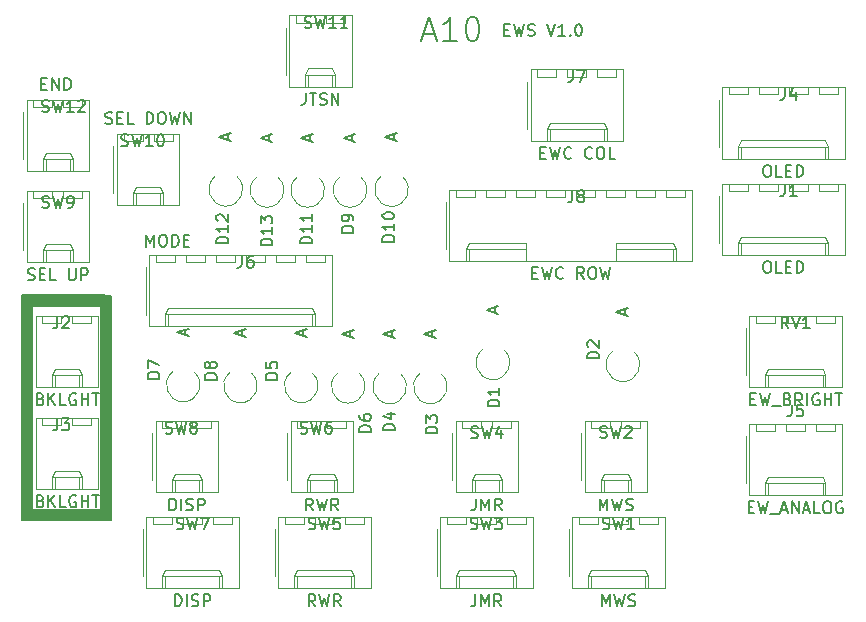
<source format=gbr>
%TF.GenerationSoftware,KiCad,Pcbnew,7.0.9*%
%TF.CreationDate,2023-11-25T10:22:14+10:00*%
%TF.ProjectId,EWS,4557532e-6b69-4636-9164-5f7063625858,rev?*%
%TF.SameCoordinates,Original*%
%TF.FileFunction,Legend,Top*%
%TF.FilePolarity,Positive*%
%FSLAX46Y46*%
G04 Gerber Fmt 4.6, Leading zero omitted, Abs format (unit mm)*
G04 Created by KiCad (PCBNEW 7.0.9) date 2023-11-25 10:22:14*
%MOMM*%
%LPD*%
G01*
G04 APERTURE LIST*
%ADD10C,0.150000*%
%ADD11C,0.120000*%
G04 APERTURE END LIST*
D10*
X102690000Y-78082300D02*
X103550000Y-78082300D01*
X103550000Y-97067700D01*
X102690000Y-97067700D01*
X102690000Y-78082300D01*
G36*
X102690000Y-78082300D02*
G01*
X103550000Y-78082300D01*
X103550000Y-97067700D01*
X102690000Y-97067700D01*
X102690000Y-78082300D01*
G37*
X96010000Y-78910000D02*
X96870000Y-78910000D01*
X96870000Y-96245400D01*
X96010000Y-96245400D01*
X96010000Y-78910000D01*
G36*
X96010000Y-78910000D02*
G01*
X96870000Y-78910000D01*
X96870000Y-96245400D01*
X96010000Y-96245400D01*
X96010000Y-78910000D01*
G37*
X95980000Y-96220000D02*
X103030000Y-96220000D01*
X103030000Y-97080000D01*
X95980000Y-97080000D01*
X95980000Y-96220000D01*
G36*
X95980000Y-96220000D02*
G01*
X103030000Y-96220000D01*
X103030000Y-97080000D01*
X95980000Y-97080000D01*
X95980000Y-96220000D01*
G37*
X96040000Y-78070000D02*
X103030000Y-78070000D01*
X103030000Y-78930000D01*
X96040000Y-78930000D01*
X96040000Y-78070000D01*
G36*
X96040000Y-78070000D02*
G01*
X103030000Y-78070000D01*
X103030000Y-78930000D01*
X96040000Y-78930000D01*
X96040000Y-78070000D01*
G37*
X129979636Y-55946009D02*
X130932017Y-55946009D01*
X129789160Y-56517438D02*
X130455826Y-54517438D01*
X130455826Y-54517438D02*
X131122493Y-56517438D01*
X132836779Y-56517438D02*
X131693922Y-56517438D01*
X132265350Y-56517438D02*
X132265350Y-54517438D01*
X132265350Y-54517438D02*
X132074874Y-54803152D01*
X132074874Y-54803152D02*
X131884398Y-54993628D01*
X131884398Y-54993628D02*
X131693922Y-55088866D01*
X134074874Y-54517438D02*
X134265351Y-54517438D01*
X134265351Y-54517438D02*
X134455827Y-54612676D01*
X134455827Y-54612676D02*
X134551065Y-54707914D01*
X134551065Y-54707914D02*
X134646303Y-54898390D01*
X134646303Y-54898390D02*
X134741541Y-55279342D01*
X134741541Y-55279342D02*
X134741541Y-55755533D01*
X134741541Y-55755533D02*
X134646303Y-56136485D01*
X134646303Y-56136485D02*
X134551065Y-56326961D01*
X134551065Y-56326961D02*
X134455827Y-56422200D01*
X134455827Y-56422200D02*
X134265351Y-56517438D01*
X134265351Y-56517438D02*
X134074874Y-56517438D01*
X134074874Y-56517438D02*
X133884398Y-56422200D01*
X133884398Y-56422200D02*
X133789160Y-56326961D01*
X133789160Y-56326961D02*
X133693922Y-56136485D01*
X133693922Y-56136485D02*
X133598684Y-55755533D01*
X133598684Y-55755533D02*
X133598684Y-55279342D01*
X133598684Y-55279342D02*
X133693922Y-54898390D01*
X133693922Y-54898390D02*
X133789160Y-54707914D01*
X133789160Y-54707914D02*
X133884398Y-54612676D01*
X133884398Y-54612676D02*
X134074874Y-54517438D01*
X136856779Y-55576009D02*
X137190112Y-55576009D01*
X137332969Y-56099819D02*
X136856779Y-56099819D01*
X136856779Y-56099819D02*
X136856779Y-55099819D01*
X136856779Y-55099819D02*
X137332969Y-55099819D01*
X137666303Y-55099819D02*
X137904398Y-56099819D01*
X137904398Y-56099819D02*
X138094874Y-55385533D01*
X138094874Y-55385533D02*
X138285350Y-56099819D01*
X138285350Y-56099819D02*
X138523446Y-55099819D01*
X138856779Y-56052200D02*
X138999636Y-56099819D01*
X138999636Y-56099819D02*
X139237731Y-56099819D01*
X139237731Y-56099819D02*
X139332969Y-56052200D01*
X139332969Y-56052200D02*
X139380588Y-56004580D01*
X139380588Y-56004580D02*
X139428207Y-55909342D01*
X139428207Y-55909342D02*
X139428207Y-55814104D01*
X139428207Y-55814104D02*
X139380588Y-55718866D01*
X139380588Y-55718866D02*
X139332969Y-55671247D01*
X139332969Y-55671247D02*
X139237731Y-55623628D01*
X139237731Y-55623628D02*
X139047255Y-55576009D01*
X139047255Y-55576009D02*
X138952017Y-55528390D01*
X138952017Y-55528390D02*
X138904398Y-55480771D01*
X138904398Y-55480771D02*
X138856779Y-55385533D01*
X138856779Y-55385533D02*
X138856779Y-55290295D01*
X138856779Y-55290295D02*
X138904398Y-55195057D01*
X138904398Y-55195057D02*
X138952017Y-55147438D01*
X138952017Y-55147438D02*
X139047255Y-55099819D01*
X139047255Y-55099819D02*
X139285350Y-55099819D01*
X139285350Y-55099819D02*
X139428207Y-55147438D01*
X140475827Y-55099819D02*
X140809160Y-56099819D01*
X140809160Y-56099819D02*
X141142493Y-55099819D01*
X141999636Y-56099819D02*
X141428208Y-56099819D01*
X141713922Y-56099819D02*
X141713922Y-55099819D01*
X141713922Y-55099819D02*
X141618684Y-55242676D01*
X141618684Y-55242676D02*
X141523446Y-55337914D01*
X141523446Y-55337914D02*
X141428208Y-55385533D01*
X142428208Y-56004580D02*
X142475827Y-56052200D01*
X142475827Y-56052200D02*
X142428208Y-56099819D01*
X142428208Y-56099819D02*
X142380589Y-56052200D01*
X142380589Y-56052200D02*
X142428208Y-56004580D01*
X142428208Y-56004580D02*
X142428208Y-56099819D01*
X143094874Y-55099819D02*
X143190112Y-55099819D01*
X143190112Y-55099819D02*
X143285350Y-55147438D01*
X143285350Y-55147438D02*
X143332969Y-55195057D01*
X143332969Y-55195057D02*
X143380588Y-55290295D01*
X143380588Y-55290295D02*
X143428207Y-55480771D01*
X143428207Y-55480771D02*
X143428207Y-55718866D01*
X143428207Y-55718866D02*
X143380588Y-55909342D01*
X143380588Y-55909342D02*
X143332969Y-56004580D01*
X143332969Y-56004580D02*
X143285350Y-56052200D01*
X143285350Y-56052200D02*
X143190112Y-56099819D01*
X143190112Y-56099819D02*
X143094874Y-56099819D01*
X143094874Y-56099819D02*
X142999636Y-56052200D01*
X142999636Y-56052200D02*
X142952017Y-56004580D01*
X142952017Y-56004580D02*
X142904398Y-55909342D01*
X142904398Y-55909342D02*
X142856779Y-55718866D01*
X142856779Y-55718866D02*
X142856779Y-55480771D01*
X142856779Y-55480771D02*
X142904398Y-55290295D01*
X142904398Y-55290295D02*
X142952017Y-55195057D01*
X142952017Y-55195057D02*
X142999636Y-55147438D01*
X142999636Y-55147438D02*
X143094874Y-55099819D01*
X99018666Y-79848819D02*
X99018666Y-80563104D01*
X99018666Y-80563104D02*
X98971047Y-80705961D01*
X98971047Y-80705961D02*
X98875809Y-80801200D01*
X98875809Y-80801200D02*
X98732952Y-80848819D01*
X98732952Y-80848819D02*
X98637714Y-80848819D01*
X99447238Y-79944057D02*
X99494857Y-79896438D01*
X99494857Y-79896438D02*
X99590095Y-79848819D01*
X99590095Y-79848819D02*
X99828190Y-79848819D01*
X99828190Y-79848819D02*
X99923428Y-79896438D01*
X99923428Y-79896438D02*
X99971047Y-79944057D01*
X99971047Y-79944057D02*
X100018666Y-80039295D01*
X100018666Y-80039295D02*
X100018666Y-80134533D01*
X100018666Y-80134533D02*
X99971047Y-80277390D01*
X99971047Y-80277390D02*
X99399619Y-80848819D01*
X99399619Y-80848819D02*
X100018666Y-80848819D01*
X97583904Y-86835009D02*
X97726761Y-86882628D01*
X97726761Y-86882628D02*
X97774380Y-86930247D01*
X97774380Y-86930247D02*
X97821999Y-87025485D01*
X97821999Y-87025485D02*
X97821999Y-87168342D01*
X97821999Y-87168342D02*
X97774380Y-87263580D01*
X97774380Y-87263580D02*
X97726761Y-87311200D01*
X97726761Y-87311200D02*
X97631523Y-87358819D01*
X97631523Y-87358819D02*
X97250571Y-87358819D01*
X97250571Y-87358819D02*
X97250571Y-86358819D01*
X97250571Y-86358819D02*
X97583904Y-86358819D01*
X97583904Y-86358819D02*
X97679142Y-86406438D01*
X97679142Y-86406438D02*
X97726761Y-86454057D01*
X97726761Y-86454057D02*
X97774380Y-86549295D01*
X97774380Y-86549295D02*
X97774380Y-86644533D01*
X97774380Y-86644533D02*
X97726761Y-86739771D01*
X97726761Y-86739771D02*
X97679142Y-86787390D01*
X97679142Y-86787390D02*
X97583904Y-86835009D01*
X97583904Y-86835009D02*
X97250571Y-86835009D01*
X98250571Y-87358819D02*
X98250571Y-86358819D01*
X98821999Y-87358819D02*
X98393428Y-86787390D01*
X98821999Y-86358819D02*
X98250571Y-86930247D01*
X99726761Y-87358819D02*
X99250571Y-87358819D01*
X99250571Y-87358819D02*
X99250571Y-86358819D01*
X100583904Y-86406438D02*
X100488666Y-86358819D01*
X100488666Y-86358819D02*
X100345809Y-86358819D01*
X100345809Y-86358819D02*
X100202952Y-86406438D01*
X100202952Y-86406438D02*
X100107714Y-86501676D01*
X100107714Y-86501676D02*
X100060095Y-86596914D01*
X100060095Y-86596914D02*
X100012476Y-86787390D01*
X100012476Y-86787390D02*
X100012476Y-86930247D01*
X100012476Y-86930247D02*
X100060095Y-87120723D01*
X100060095Y-87120723D02*
X100107714Y-87215961D01*
X100107714Y-87215961D02*
X100202952Y-87311200D01*
X100202952Y-87311200D02*
X100345809Y-87358819D01*
X100345809Y-87358819D02*
X100441047Y-87358819D01*
X100441047Y-87358819D02*
X100583904Y-87311200D01*
X100583904Y-87311200D02*
X100631523Y-87263580D01*
X100631523Y-87263580D02*
X100631523Y-86930247D01*
X100631523Y-86930247D02*
X100441047Y-86930247D01*
X101060095Y-87358819D02*
X101060095Y-86358819D01*
X101060095Y-86835009D02*
X101631523Y-86835009D01*
X101631523Y-87358819D02*
X101631523Y-86358819D01*
X101964857Y-86358819D02*
X102536285Y-86358819D01*
X102250571Y-87358819D02*
X102250571Y-86358819D01*
X109106667Y-97837200D02*
X109249524Y-97884819D01*
X109249524Y-97884819D02*
X109487619Y-97884819D01*
X109487619Y-97884819D02*
X109582857Y-97837200D01*
X109582857Y-97837200D02*
X109630476Y-97789580D01*
X109630476Y-97789580D02*
X109678095Y-97694342D01*
X109678095Y-97694342D02*
X109678095Y-97599104D01*
X109678095Y-97599104D02*
X109630476Y-97503866D01*
X109630476Y-97503866D02*
X109582857Y-97456247D01*
X109582857Y-97456247D02*
X109487619Y-97408628D01*
X109487619Y-97408628D02*
X109297143Y-97361009D01*
X109297143Y-97361009D02*
X109201905Y-97313390D01*
X109201905Y-97313390D02*
X109154286Y-97265771D01*
X109154286Y-97265771D02*
X109106667Y-97170533D01*
X109106667Y-97170533D02*
X109106667Y-97075295D01*
X109106667Y-97075295D02*
X109154286Y-96980057D01*
X109154286Y-96980057D02*
X109201905Y-96932438D01*
X109201905Y-96932438D02*
X109297143Y-96884819D01*
X109297143Y-96884819D02*
X109535238Y-96884819D01*
X109535238Y-96884819D02*
X109678095Y-96932438D01*
X110011429Y-96884819D02*
X110249524Y-97884819D01*
X110249524Y-97884819D02*
X110440000Y-97170533D01*
X110440000Y-97170533D02*
X110630476Y-97884819D01*
X110630476Y-97884819D02*
X110868572Y-96884819D01*
X111154286Y-96884819D02*
X111820952Y-96884819D01*
X111820952Y-96884819D02*
X111392381Y-97884819D01*
X108963810Y-104394819D02*
X108963810Y-103394819D01*
X108963810Y-103394819D02*
X109201905Y-103394819D01*
X109201905Y-103394819D02*
X109344762Y-103442438D01*
X109344762Y-103442438D02*
X109440000Y-103537676D01*
X109440000Y-103537676D02*
X109487619Y-103632914D01*
X109487619Y-103632914D02*
X109535238Y-103823390D01*
X109535238Y-103823390D02*
X109535238Y-103966247D01*
X109535238Y-103966247D02*
X109487619Y-104156723D01*
X109487619Y-104156723D02*
X109440000Y-104251961D01*
X109440000Y-104251961D02*
X109344762Y-104347200D01*
X109344762Y-104347200D02*
X109201905Y-104394819D01*
X109201905Y-104394819D02*
X108963810Y-104394819D01*
X109963810Y-104394819D02*
X109963810Y-103394819D01*
X110392381Y-104347200D02*
X110535238Y-104394819D01*
X110535238Y-104394819D02*
X110773333Y-104394819D01*
X110773333Y-104394819D02*
X110868571Y-104347200D01*
X110868571Y-104347200D02*
X110916190Y-104299580D01*
X110916190Y-104299580D02*
X110963809Y-104204342D01*
X110963809Y-104204342D02*
X110963809Y-104109104D01*
X110963809Y-104109104D02*
X110916190Y-104013866D01*
X110916190Y-104013866D02*
X110868571Y-103966247D01*
X110868571Y-103966247D02*
X110773333Y-103918628D01*
X110773333Y-103918628D02*
X110582857Y-103871009D01*
X110582857Y-103871009D02*
X110487619Y-103823390D01*
X110487619Y-103823390D02*
X110440000Y-103775771D01*
X110440000Y-103775771D02*
X110392381Y-103680533D01*
X110392381Y-103680533D02*
X110392381Y-103585295D01*
X110392381Y-103585295D02*
X110440000Y-103490057D01*
X110440000Y-103490057D02*
X110487619Y-103442438D01*
X110487619Y-103442438D02*
X110582857Y-103394819D01*
X110582857Y-103394819D02*
X110820952Y-103394819D01*
X110820952Y-103394819D02*
X110963809Y-103442438D01*
X111392381Y-104394819D02*
X111392381Y-103394819D01*
X111392381Y-103394819D02*
X111773333Y-103394819D01*
X111773333Y-103394819D02*
X111868571Y-103442438D01*
X111868571Y-103442438D02*
X111916190Y-103490057D01*
X111916190Y-103490057D02*
X111963809Y-103585295D01*
X111963809Y-103585295D02*
X111963809Y-103728152D01*
X111963809Y-103728152D02*
X111916190Y-103823390D01*
X111916190Y-103823390D02*
X111868571Y-103871009D01*
X111868571Y-103871009D02*
X111773333Y-103918628D01*
X111773333Y-103918628D02*
X111392381Y-103918628D01*
X120584819Y-73674285D02*
X119584819Y-73674285D01*
X119584819Y-73674285D02*
X119584819Y-73436190D01*
X119584819Y-73436190D02*
X119632438Y-73293333D01*
X119632438Y-73293333D02*
X119727676Y-73198095D01*
X119727676Y-73198095D02*
X119822914Y-73150476D01*
X119822914Y-73150476D02*
X120013390Y-73102857D01*
X120013390Y-73102857D02*
X120156247Y-73102857D01*
X120156247Y-73102857D02*
X120346723Y-73150476D01*
X120346723Y-73150476D02*
X120441961Y-73198095D01*
X120441961Y-73198095D02*
X120537200Y-73293333D01*
X120537200Y-73293333D02*
X120584819Y-73436190D01*
X120584819Y-73436190D02*
X120584819Y-73674285D01*
X120584819Y-72150476D02*
X120584819Y-72721904D01*
X120584819Y-72436190D02*
X119584819Y-72436190D01*
X119584819Y-72436190D02*
X119727676Y-72531428D01*
X119727676Y-72531428D02*
X119822914Y-72626666D01*
X119822914Y-72626666D02*
X119870533Y-72721904D01*
X120584819Y-71198095D02*
X120584819Y-71769523D01*
X120584819Y-71483809D02*
X119584819Y-71483809D01*
X119584819Y-71483809D02*
X119727676Y-71579047D01*
X119727676Y-71579047D02*
X119822914Y-71674285D01*
X119822914Y-71674285D02*
X119870533Y-71769523D01*
X120379104Y-64978094D02*
X120379104Y-64501904D01*
X120664819Y-65073332D02*
X119664819Y-64739999D01*
X119664819Y-64739999D02*
X120664819Y-64406666D01*
X160914761Y-80864819D02*
X160581428Y-80388628D01*
X160343333Y-80864819D02*
X160343333Y-79864819D01*
X160343333Y-79864819D02*
X160724285Y-79864819D01*
X160724285Y-79864819D02*
X160819523Y-79912438D01*
X160819523Y-79912438D02*
X160867142Y-79960057D01*
X160867142Y-79960057D02*
X160914761Y-80055295D01*
X160914761Y-80055295D02*
X160914761Y-80198152D01*
X160914761Y-80198152D02*
X160867142Y-80293390D01*
X160867142Y-80293390D02*
X160819523Y-80341009D01*
X160819523Y-80341009D02*
X160724285Y-80388628D01*
X160724285Y-80388628D02*
X160343333Y-80388628D01*
X161200476Y-79864819D02*
X161533809Y-80864819D01*
X161533809Y-80864819D02*
X161867142Y-79864819D01*
X162724285Y-80864819D02*
X162152857Y-80864819D01*
X162438571Y-80864819D02*
X162438571Y-79864819D01*
X162438571Y-79864819D02*
X162343333Y-80007676D01*
X162343333Y-80007676D02*
X162248095Y-80102914D01*
X162248095Y-80102914D02*
X162152857Y-80150533D01*
X157700476Y-86851009D02*
X158033809Y-86851009D01*
X158176666Y-87374819D02*
X157700476Y-87374819D01*
X157700476Y-87374819D02*
X157700476Y-86374819D01*
X157700476Y-86374819D02*
X158176666Y-86374819D01*
X158510000Y-86374819D02*
X158748095Y-87374819D01*
X158748095Y-87374819D02*
X158938571Y-86660533D01*
X158938571Y-86660533D02*
X159129047Y-87374819D01*
X159129047Y-87374819D02*
X159367143Y-86374819D01*
X159510000Y-87470057D02*
X160271904Y-87470057D01*
X160843333Y-86851009D02*
X160986190Y-86898628D01*
X160986190Y-86898628D02*
X161033809Y-86946247D01*
X161033809Y-86946247D02*
X161081428Y-87041485D01*
X161081428Y-87041485D02*
X161081428Y-87184342D01*
X161081428Y-87184342D02*
X161033809Y-87279580D01*
X161033809Y-87279580D02*
X160986190Y-87327200D01*
X160986190Y-87327200D02*
X160890952Y-87374819D01*
X160890952Y-87374819D02*
X160510000Y-87374819D01*
X160510000Y-87374819D02*
X160510000Y-86374819D01*
X160510000Y-86374819D02*
X160843333Y-86374819D01*
X160843333Y-86374819D02*
X160938571Y-86422438D01*
X160938571Y-86422438D02*
X160986190Y-86470057D01*
X160986190Y-86470057D02*
X161033809Y-86565295D01*
X161033809Y-86565295D02*
X161033809Y-86660533D01*
X161033809Y-86660533D02*
X160986190Y-86755771D01*
X160986190Y-86755771D02*
X160938571Y-86803390D01*
X160938571Y-86803390D02*
X160843333Y-86851009D01*
X160843333Y-86851009D02*
X160510000Y-86851009D01*
X162081428Y-87374819D02*
X161748095Y-86898628D01*
X161510000Y-87374819D02*
X161510000Y-86374819D01*
X161510000Y-86374819D02*
X161890952Y-86374819D01*
X161890952Y-86374819D02*
X161986190Y-86422438D01*
X161986190Y-86422438D02*
X162033809Y-86470057D01*
X162033809Y-86470057D02*
X162081428Y-86565295D01*
X162081428Y-86565295D02*
X162081428Y-86708152D01*
X162081428Y-86708152D02*
X162033809Y-86803390D01*
X162033809Y-86803390D02*
X161986190Y-86851009D01*
X161986190Y-86851009D02*
X161890952Y-86898628D01*
X161890952Y-86898628D02*
X161510000Y-86898628D01*
X162510000Y-87374819D02*
X162510000Y-86374819D01*
X163509999Y-86422438D02*
X163414761Y-86374819D01*
X163414761Y-86374819D02*
X163271904Y-86374819D01*
X163271904Y-86374819D02*
X163129047Y-86422438D01*
X163129047Y-86422438D02*
X163033809Y-86517676D01*
X163033809Y-86517676D02*
X162986190Y-86612914D01*
X162986190Y-86612914D02*
X162938571Y-86803390D01*
X162938571Y-86803390D02*
X162938571Y-86946247D01*
X162938571Y-86946247D02*
X162986190Y-87136723D01*
X162986190Y-87136723D02*
X163033809Y-87231961D01*
X163033809Y-87231961D02*
X163129047Y-87327200D01*
X163129047Y-87327200D02*
X163271904Y-87374819D01*
X163271904Y-87374819D02*
X163367142Y-87374819D01*
X163367142Y-87374819D02*
X163509999Y-87327200D01*
X163509999Y-87327200D02*
X163557618Y-87279580D01*
X163557618Y-87279580D02*
X163557618Y-86946247D01*
X163557618Y-86946247D02*
X163367142Y-86946247D01*
X163986190Y-87374819D02*
X163986190Y-86374819D01*
X163986190Y-86851009D02*
X164557618Y-86851009D01*
X164557618Y-87374819D02*
X164557618Y-86374819D01*
X164890952Y-86374819D02*
X165462380Y-86374819D01*
X165176666Y-87374819D02*
X165176666Y-86374819D01*
X107654819Y-85118094D02*
X106654819Y-85118094D01*
X106654819Y-85118094D02*
X106654819Y-84879999D01*
X106654819Y-84879999D02*
X106702438Y-84737142D01*
X106702438Y-84737142D02*
X106797676Y-84641904D01*
X106797676Y-84641904D02*
X106892914Y-84594285D01*
X106892914Y-84594285D02*
X107083390Y-84546666D01*
X107083390Y-84546666D02*
X107226247Y-84546666D01*
X107226247Y-84546666D02*
X107416723Y-84594285D01*
X107416723Y-84594285D02*
X107511961Y-84641904D01*
X107511961Y-84641904D02*
X107607200Y-84737142D01*
X107607200Y-84737142D02*
X107654819Y-84879999D01*
X107654819Y-84879999D02*
X107654819Y-85118094D01*
X106654819Y-84213332D02*
X106654819Y-83546666D01*
X106654819Y-83546666D02*
X107654819Y-83975237D01*
X109839104Y-81448094D02*
X109839104Y-80971904D01*
X110124819Y-81543332D02*
X109124819Y-81209999D01*
X109124819Y-81209999D02*
X110124819Y-80876666D01*
X161176666Y-87318819D02*
X161176666Y-88033104D01*
X161176666Y-88033104D02*
X161129047Y-88175961D01*
X161129047Y-88175961D02*
X161033809Y-88271200D01*
X161033809Y-88271200D02*
X160890952Y-88318819D01*
X160890952Y-88318819D02*
X160795714Y-88318819D01*
X162129047Y-87318819D02*
X161652857Y-87318819D01*
X161652857Y-87318819D02*
X161605238Y-87795009D01*
X161605238Y-87795009D02*
X161652857Y-87747390D01*
X161652857Y-87747390D02*
X161748095Y-87699771D01*
X161748095Y-87699771D02*
X161986190Y-87699771D01*
X161986190Y-87699771D02*
X162081428Y-87747390D01*
X162081428Y-87747390D02*
X162129047Y-87795009D01*
X162129047Y-87795009D02*
X162176666Y-87890247D01*
X162176666Y-87890247D02*
X162176666Y-88128342D01*
X162176666Y-88128342D02*
X162129047Y-88223580D01*
X162129047Y-88223580D02*
X162081428Y-88271200D01*
X162081428Y-88271200D02*
X161986190Y-88318819D01*
X161986190Y-88318819D02*
X161748095Y-88318819D01*
X161748095Y-88318819D02*
X161652857Y-88271200D01*
X161652857Y-88271200D02*
X161605238Y-88223580D01*
X157533809Y-95995009D02*
X157867142Y-95995009D01*
X158009999Y-96518819D02*
X157533809Y-96518819D01*
X157533809Y-96518819D02*
X157533809Y-95518819D01*
X157533809Y-95518819D02*
X158009999Y-95518819D01*
X158343333Y-95518819D02*
X158581428Y-96518819D01*
X158581428Y-96518819D02*
X158771904Y-95804533D01*
X158771904Y-95804533D02*
X158962380Y-96518819D01*
X158962380Y-96518819D02*
X159200476Y-95518819D01*
X159343333Y-96614057D02*
X160105237Y-96614057D01*
X160295714Y-96233104D02*
X160771904Y-96233104D01*
X160200476Y-96518819D02*
X160533809Y-95518819D01*
X160533809Y-95518819D02*
X160867142Y-96518819D01*
X161200476Y-96518819D02*
X161200476Y-95518819D01*
X161200476Y-95518819D02*
X161771904Y-96518819D01*
X161771904Y-96518819D02*
X161771904Y-95518819D01*
X162200476Y-96233104D02*
X162676666Y-96233104D01*
X162105238Y-96518819D02*
X162438571Y-95518819D01*
X162438571Y-95518819D02*
X162771904Y-96518819D01*
X163581428Y-96518819D02*
X163105238Y-96518819D01*
X163105238Y-96518819D02*
X163105238Y-95518819D01*
X164105238Y-95518819D02*
X164295714Y-95518819D01*
X164295714Y-95518819D02*
X164390952Y-95566438D01*
X164390952Y-95566438D02*
X164486190Y-95661676D01*
X164486190Y-95661676D02*
X164533809Y-95852152D01*
X164533809Y-95852152D02*
X164533809Y-96185485D01*
X164533809Y-96185485D02*
X164486190Y-96375961D01*
X164486190Y-96375961D02*
X164390952Y-96471200D01*
X164390952Y-96471200D02*
X164295714Y-96518819D01*
X164295714Y-96518819D02*
X164105238Y-96518819D01*
X164105238Y-96518819D02*
X164010000Y-96471200D01*
X164010000Y-96471200D02*
X163914762Y-96375961D01*
X163914762Y-96375961D02*
X163867143Y-96185485D01*
X163867143Y-96185485D02*
X163867143Y-95852152D01*
X163867143Y-95852152D02*
X163914762Y-95661676D01*
X163914762Y-95661676D02*
X164010000Y-95566438D01*
X164010000Y-95566438D02*
X164105238Y-95518819D01*
X165486190Y-95566438D02*
X165390952Y-95518819D01*
X165390952Y-95518819D02*
X165248095Y-95518819D01*
X165248095Y-95518819D02*
X165105238Y-95566438D01*
X165105238Y-95566438D02*
X165010000Y-95661676D01*
X165010000Y-95661676D02*
X164962381Y-95756914D01*
X164962381Y-95756914D02*
X164914762Y-95947390D01*
X164914762Y-95947390D02*
X164914762Y-96090247D01*
X164914762Y-96090247D02*
X164962381Y-96280723D01*
X164962381Y-96280723D02*
X165010000Y-96375961D01*
X165010000Y-96375961D02*
X165105238Y-96471200D01*
X165105238Y-96471200D02*
X165248095Y-96518819D01*
X165248095Y-96518819D02*
X165343333Y-96518819D01*
X165343333Y-96518819D02*
X165486190Y-96471200D01*
X165486190Y-96471200D02*
X165533809Y-96423580D01*
X165533809Y-96423580D02*
X165533809Y-96090247D01*
X165533809Y-96090247D02*
X165343333Y-96090247D01*
X97726667Y-70605200D02*
X97869524Y-70652819D01*
X97869524Y-70652819D02*
X98107619Y-70652819D01*
X98107619Y-70652819D02*
X98202857Y-70605200D01*
X98202857Y-70605200D02*
X98250476Y-70557580D01*
X98250476Y-70557580D02*
X98298095Y-70462342D01*
X98298095Y-70462342D02*
X98298095Y-70367104D01*
X98298095Y-70367104D02*
X98250476Y-70271866D01*
X98250476Y-70271866D02*
X98202857Y-70224247D01*
X98202857Y-70224247D02*
X98107619Y-70176628D01*
X98107619Y-70176628D02*
X97917143Y-70129009D01*
X97917143Y-70129009D02*
X97821905Y-70081390D01*
X97821905Y-70081390D02*
X97774286Y-70033771D01*
X97774286Y-70033771D02*
X97726667Y-69938533D01*
X97726667Y-69938533D02*
X97726667Y-69843295D01*
X97726667Y-69843295D02*
X97774286Y-69748057D01*
X97774286Y-69748057D02*
X97821905Y-69700438D01*
X97821905Y-69700438D02*
X97917143Y-69652819D01*
X97917143Y-69652819D02*
X98155238Y-69652819D01*
X98155238Y-69652819D02*
X98298095Y-69700438D01*
X98631429Y-69652819D02*
X98869524Y-70652819D01*
X98869524Y-70652819D02*
X99060000Y-69938533D01*
X99060000Y-69938533D02*
X99250476Y-70652819D01*
X99250476Y-70652819D02*
X99488572Y-69652819D01*
X99917143Y-70652819D02*
X100107619Y-70652819D01*
X100107619Y-70652819D02*
X100202857Y-70605200D01*
X100202857Y-70605200D02*
X100250476Y-70557580D01*
X100250476Y-70557580D02*
X100345714Y-70414723D01*
X100345714Y-70414723D02*
X100393333Y-70224247D01*
X100393333Y-70224247D02*
X100393333Y-69843295D01*
X100393333Y-69843295D02*
X100345714Y-69748057D01*
X100345714Y-69748057D02*
X100298095Y-69700438D01*
X100298095Y-69700438D02*
X100202857Y-69652819D01*
X100202857Y-69652819D02*
X100012381Y-69652819D01*
X100012381Y-69652819D02*
X99917143Y-69700438D01*
X99917143Y-69700438D02*
X99869524Y-69748057D01*
X99869524Y-69748057D02*
X99821905Y-69843295D01*
X99821905Y-69843295D02*
X99821905Y-70081390D01*
X99821905Y-70081390D02*
X99869524Y-70176628D01*
X99869524Y-70176628D02*
X99917143Y-70224247D01*
X99917143Y-70224247D02*
X100012381Y-70271866D01*
X100012381Y-70271866D02*
X100202857Y-70271866D01*
X100202857Y-70271866D02*
X100298095Y-70224247D01*
X100298095Y-70224247D02*
X100345714Y-70176628D01*
X100345714Y-70176628D02*
X100393333Y-70081390D01*
X96512381Y-76737200D02*
X96655238Y-76784819D01*
X96655238Y-76784819D02*
X96893333Y-76784819D01*
X96893333Y-76784819D02*
X96988571Y-76737200D01*
X96988571Y-76737200D02*
X97036190Y-76689580D01*
X97036190Y-76689580D02*
X97083809Y-76594342D01*
X97083809Y-76594342D02*
X97083809Y-76499104D01*
X97083809Y-76499104D02*
X97036190Y-76403866D01*
X97036190Y-76403866D02*
X96988571Y-76356247D01*
X96988571Y-76356247D02*
X96893333Y-76308628D01*
X96893333Y-76308628D02*
X96702857Y-76261009D01*
X96702857Y-76261009D02*
X96607619Y-76213390D01*
X96607619Y-76213390D02*
X96560000Y-76165771D01*
X96560000Y-76165771D02*
X96512381Y-76070533D01*
X96512381Y-76070533D02*
X96512381Y-75975295D01*
X96512381Y-75975295D02*
X96560000Y-75880057D01*
X96560000Y-75880057D02*
X96607619Y-75832438D01*
X96607619Y-75832438D02*
X96702857Y-75784819D01*
X96702857Y-75784819D02*
X96940952Y-75784819D01*
X96940952Y-75784819D02*
X97083809Y-75832438D01*
X97512381Y-76261009D02*
X97845714Y-76261009D01*
X97988571Y-76784819D02*
X97512381Y-76784819D01*
X97512381Y-76784819D02*
X97512381Y-75784819D01*
X97512381Y-75784819D02*
X97988571Y-75784819D01*
X98893333Y-76784819D02*
X98417143Y-76784819D01*
X98417143Y-76784819D02*
X98417143Y-75784819D01*
X99988572Y-75784819D02*
X99988572Y-76594342D01*
X99988572Y-76594342D02*
X100036191Y-76689580D01*
X100036191Y-76689580D02*
X100083810Y-76737200D01*
X100083810Y-76737200D02*
X100179048Y-76784819D01*
X100179048Y-76784819D02*
X100369524Y-76784819D01*
X100369524Y-76784819D02*
X100464762Y-76737200D01*
X100464762Y-76737200D02*
X100512381Y-76689580D01*
X100512381Y-76689580D02*
X100560000Y-76594342D01*
X100560000Y-76594342D02*
X100560000Y-75784819D01*
X101036191Y-76784819D02*
X101036191Y-75784819D01*
X101036191Y-75784819D02*
X101417143Y-75784819D01*
X101417143Y-75784819D02*
X101512381Y-75832438D01*
X101512381Y-75832438D02*
X101560000Y-75880057D01*
X101560000Y-75880057D02*
X101607619Y-75975295D01*
X101607619Y-75975295D02*
X101607619Y-76118152D01*
X101607619Y-76118152D02*
X101560000Y-76213390D01*
X101560000Y-76213390D02*
X101512381Y-76261009D01*
X101512381Y-76261009D02*
X101417143Y-76308628D01*
X101417143Y-76308628D02*
X101036191Y-76308628D01*
X124080819Y-72752094D02*
X123080819Y-72752094D01*
X123080819Y-72752094D02*
X123080819Y-72513999D01*
X123080819Y-72513999D02*
X123128438Y-72371142D01*
X123128438Y-72371142D02*
X123223676Y-72275904D01*
X123223676Y-72275904D02*
X123318914Y-72228285D01*
X123318914Y-72228285D02*
X123509390Y-72180666D01*
X123509390Y-72180666D02*
X123652247Y-72180666D01*
X123652247Y-72180666D02*
X123842723Y-72228285D01*
X123842723Y-72228285D02*
X123937961Y-72275904D01*
X123937961Y-72275904D02*
X124033200Y-72371142D01*
X124033200Y-72371142D02*
X124080819Y-72513999D01*
X124080819Y-72513999D02*
X124080819Y-72752094D01*
X124080819Y-71704475D02*
X124080819Y-71513999D01*
X124080819Y-71513999D02*
X124033200Y-71418761D01*
X124033200Y-71418761D02*
X123985580Y-71371142D01*
X123985580Y-71371142D02*
X123842723Y-71275904D01*
X123842723Y-71275904D02*
X123652247Y-71228285D01*
X123652247Y-71228285D02*
X123271295Y-71228285D01*
X123271295Y-71228285D02*
X123176057Y-71275904D01*
X123176057Y-71275904D02*
X123128438Y-71323523D01*
X123128438Y-71323523D02*
X123080819Y-71418761D01*
X123080819Y-71418761D02*
X123080819Y-71609237D01*
X123080819Y-71609237D02*
X123128438Y-71704475D01*
X123128438Y-71704475D02*
X123176057Y-71752094D01*
X123176057Y-71752094D02*
X123271295Y-71799713D01*
X123271295Y-71799713D02*
X123509390Y-71799713D01*
X123509390Y-71799713D02*
X123604628Y-71752094D01*
X123604628Y-71752094D02*
X123652247Y-71704475D01*
X123652247Y-71704475D02*
X123699866Y-71609237D01*
X123699866Y-71609237D02*
X123699866Y-71418761D01*
X123699866Y-71418761D02*
X123652247Y-71323523D01*
X123652247Y-71323523D02*
X123604628Y-71275904D01*
X123604628Y-71275904D02*
X123509390Y-71228285D01*
X123969104Y-64978094D02*
X123969104Y-64501904D01*
X124254819Y-65073332D02*
X123254819Y-64739999D01*
X123254819Y-64739999D02*
X124254819Y-64406666D01*
X127604819Y-89508094D02*
X126604819Y-89508094D01*
X126604819Y-89508094D02*
X126604819Y-89269999D01*
X126604819Y-89269999D02*
X126652438Y-89127142D01*
X126652438Y-89127142D02*
X126747676Y-89031904D01*
X126747676Y-89031904D02*
X126842914Y-88984285D01*
X126842914Y-88984285D02*
X127033390Y-88936666D01*
X127033390Y-88936666D02*
X127176247Y-88936666D01*
X127176247Y-88936666D02*
X127366723Y-88984285D01*
X127366723Y-88984285D02*
X127461961Y-89031904D01*
X127461961Y-89031904D02*
X127557200Y-89127142D01*
X127557200Y-89127142D02*
X127604819Y-89269999D01*
X127604819Y-89269999D02*
X127604819Y-89508094D01*
X126938152Y-88079523D02*
X127604819Y-88079523D01*
X126557200Y-88317618D02*
X127271485Y-88555713D01*
X127271485Y-88555713D02*
X127271485Y-87936666D01*
X127319104Y-81608094D02*
X127319104Y-81131904D01*
X127604819Y-81703332D02*
X126604819Y-81369999D01*
X126604819Y-81369999D02*
X127604819Y-81036666D01*
X160616666Y-68664819D02*
X160616666Y-69379104D01*
X160616666Y-69379104D02*
X160569047Y-69521961D01*
X160569047Y-69521961D02*
X160473809Y-69617200D01*
X160473809Y-69617200D02*
X160330952Y-69664819D01*
X160330952Y-69664819D02*
X160235714Y-69664819D01*
X161616666Y-69664819D02*
X161045238Y-69664819D01*
X161330952Y-69664819D02*
X161330952Y-68664819D01*
X161330952Y-68664819D02*
X161235714Y-68807676D01*
X161235714Y-68807676D02*
X161140476Y-68902914D01*
X161140476Y-68902914D02*
X161045238Y-68950533D01*
X159027619Y-75174819D02*
X159218095Y-75174819D01*
X159218095Y-75174819D02*
X159313333Y-75222438D01*
X159313333Y-75222438D02*
X159408571Y-75317676D01*
X159408571Y-75317676D02*
X159456190Y-75508152D01*
X159456190Y-75508152D02*
X159456190Y-75841485D01*
X159456190Y-75841485D02*
X159408571Y-76031961D01*
X159408571Y-76031961D02*
X159313333Y-76127200D01*
X159313333Y-76127200D02*
X159218095Y-76174819D01*
X159218095Y-76174819D02*
X159027619Y-76174819D01*
X159027619Y-76174819D02*
X158932381Y-76127200D01*
X158932381Y-76127200D02*
X158837143Y-76031961D01*
X158837143Y-76031961D02*
X158789524Y-75841485D01*
X158789524Y-75841485D02*
X158789524Y-75508152D01*
X158789524Y-75508152D02*
X158837143Y-75317676D01*
X158837143Y-75317676D02*
X158932381Y-75222438D01*
X158932381Y-75222438D02*
X159027619Y-75174819D01*
X160360952Y-76174819D02*
X159884762Y-76174819D01*
X159884762Y-76174819D02*
X159884762Y-75174819D01*
X160694286Y-75651009D02*
X161027619Y-75651009D01*
X161170476Y-76174819D02*
X160694286Y-76174819D01*
X160694286Y-76174819D02*
X160694286Y-75174819D01*
X160694286Y-75174819D02*
X161170476Y-75174819D01*
X161599048Y-76174819D02*
X161599048Y-75174819D01*
X161599048Y-75174819D02*
X161837143Y-75174819D01*
X161837143Y-75174819D02*
X161980000Y-75222438D01*
X161980000Y-75222438D02*
X162075238Y-75317676D01*
X162075238Y-75317676D02*
X162122857Y-75412914D01*
X162122857Y-75412914D02*
X162170476Y-75603390D01*
X162170476Y-75603390D02*
X162170476Y-75746247D01*
X162170476Y-75746247D02*
X162122857Y-75936723D01*
X162122857Y-75936723D02*
X162075238Y-76031961D01*
X162075238Y-76031961D02*
X161980000Y-76127200D01*
X161980000Y-76127200D02*
X161837143Y-76174819D01*
X161837143Y-76174819D02*
X161599048Y-76174819D01*
X108174667Y-89717200D02*
X108317524Y-89764819D01*
X108317524Y-89764819D02*
X108555619Y-89764819D01*
X108555619Y-89764819D02*
X108650857Y-89717200D01*
X108650857Y-89717200D02*
X108698476Y-89669580D01*
X108698476Y-89669580D02*
X108746095Y-89574342D01*
X108746095Y-89574342D02*
X108746095Y-89479104D01*
X108746095Y-89479104D02*
X108698476Y-89383866D01*
X108698476Y-89383866D02*
X108650857Y-89336247D01*
X108650857Y-89336247D02*
X108555619Y-89288628D01*
X108555619Y-89288628D02*
X108365143Y-89241009D01*
X108365143Y-89241009D02*
X108269905Y-89193390D01*
X108269905Y-89193390D02*
X108222286Y-89145771D01*
X108222286Y-89145771D02*
X108174667Y-89050533D01*
X108174667Y-89050533D02*
X108174667Y-88955295D01*
X108174667Y-88955295D02*
X108222286Y-88860057D01*
X108222286Y-88860057D02*
X108269905Y-88812438D01*
X108269905Y-88812438D02*
X108365143Y-88764819D01*
X108365143Y-88764819D02*
X108603238Y-88764819D01*
X108603238Y-88764819D02*
X108746095Y-88812438D01*
X109079429Y-88764819D02*
X109317524Y-89764819D01*
X109317524Y-89764819D02*
X109508000Y-89050533D01*
X109508000Y-89050533D02*
X109698476Y-89764819D01*
X109698476Y-89764819D02*
X109936572Y-88764819D01*
X110460381Y-89193390D02*
X110365143Y-89145771D01*
X110365143Y-89145771D02*
X110317524Y-89098152D01*
X110317524Y-89098152D02*
X110269905Y-89002914D01*
X110269905Y-89002914D02*
X110269905Y-88955295D01*
X110269905Y-88955295D02*
X110317524Y-88860057D01*
X110317524Y-88860057D02*
X110365143Y-88812438D01*
X110365143Y-88812438D02*
X110460381Y-88764819D01*
X110460381Y-88764819D02*
X110650857Y-88764819D01*
X110650857Y-88764819D02*
X110746095Y-88812438D01*
X110746095Y-88812438D02*
X110793714Y-88860057D01*
X110793714Y-88860057D02*
X110841333Y-88955295D01*
X110841333Y-88955295D02*
X110841333Y-89002914D01*
X110841333Y-89002914D02*
X110793714Y-89098152D01*
X110793714Y-89098152D02*
X110746095Y-89145771D01*
X110746095Y-89145771D02*
X110650857Y-89193390D01*
X110650857Y-89193390D02*
X110460381Y-89193390D01*
X110460381Y-89193390D02*
X110365143Y-89241009D01*
X110365143Y-89241009D02*
X110317524Y-89288628D01*
X110317524Y-89288628D02*
X110269905Y-89383866D01*
X110269905Y-89383866D02*
X110269905Y-89574342D01*
X110269905Y-89574342D02*
X110317524Y-89669580D01*
X110317524Y-89669580D02*
X110365143Y-89717200D01*
X110365143Y-89717200D02*
X110460381Y-89764819D01*
X110460381Y-89764819D02*
X110650857Y-89764819D01*
X110650857Y-89764819D02*
X110746095Y-89717200D01*
X110746095Y-89717200D02*
X110793714Y-89669580D01*
X110793714Y-89669580D02*
X110841333Y-89574342D01*
X110841333Y-89574342D02*
X110841333Y-89383866D01*
X110841333Y-89383866D02*
X110793714Y-89288628D01*
X110793714Y-89288628D02*
X110746095Y-89241009D01*
X110746095Y-89241009D02*
X110650857Y-89193390D01*
X108501810Y-96274819D02*
X108501810Y-95274819D01*
X108501810Y-95274819D02*
X108739905Y-95274819D01*
X108739905Y-95274819D02*
X108882762Y-95322438D01*
X108882762Y-95322438D02*
X108978000Y-95417676D01*
X108978000Y-95417676D02*
X109025619Y-95512914D01*
X109025619Y-95512914D02*
X109073238Y-95703390D01*
X109073238Y-95703390D02*
X109073238Y-95846247D01*
X109073238Y-95846247D02*
X109025619Y-96036723D01*
X109025619Y-96036723D02*
X108978000Y-96131961D01*
X108978000Y-96131961D02*
X108882762Y-96227200D01*
X108882762Y-96227200D02*
X108739905Y-96274819D01*
X108739905Y-96274819D02*
X108501810Y-96274819D01*
X109501810Y-96274819D02*
X109501810Y-95274819D01*
X109930381Y-96227200D02*
X110073238Y-96274819D01*
X110073238Y-96274819D02*
X110311333Y-96274819D01*
X110311333Y-96274819D02*
X110406571Y-96227200D01*
X110406571Y-96227200D02*
X110454190Y-96179580D01*
X110454190Y-96179580D02*
X110501809Y-96084342D01*
X110501809Y-96084342D02*
X110501809Y-95989104D01*
X110501809Y-95989104D02*
X110454190Y-95893866D01*
X110454190Y-95893866D02*
X110406571Y-95846247D01*
X110406571Y-95846247D02*
X110311333Y-95798628D01*
X110311333Y-95798628D02*
X110120857Y-95751009D01*
X110120857Y-95751009D02*
X110025619Y-95703390D01*
X110025619Y-95703390D02*
X109978000Y-95655771D01*
X109978000Y-95655771D02*
X109930381Y-95560533D01*
X109930381Y-95560533D02*
X109930381Y-95465295D01*
X109930381Y-95465295D02*
X109978000Y-95370057D01*
X109978000Y-95370057D02*
X110025619Y-95322438D01*
X110025619Y-95322438D02*
X110120857Y-95274819D01*
X110120857Y-95274819D02*
X110358952Y-95274819D01*
X110358952Y-95274819D02*
X110501809Y-95322438D01*
X110930381Y-96274819D02*
X110930381Y-95274819D01*
X110930381Y-95274819D02*
X111311333Y-95274819D01*
X111311333Y-95274819D02*
X111406571Y-95322438D01*
X111406571Y-95322438D02*
X111454190Y-95370057D01*
X111454190Y-95370057D02*
X111501809Y-95465295D01*
X111501809Y-95465295D02*
X111501809Y-95608152D01*
X111501809Y-95608152D02*
X111454190Y-95703390D01*
X111454190Y-95703390D02*
X111406571Y-95751009D01*
X111406571Y-95751009D02*
X111311333Y-95798628D01*
X111311333Y-95798628D02*
X110930381Y-95798628D01*
X117644819Y-85198094D02*
X116644819Y-85198094D01*
X116644819Y-85198094D02*
X116644819Y-84959999D01*
X116644819Y-84959999D02*
X116692438Y-84817142D01*
X116692438Y-84817142D02*
X116787676Y-84721904D01*
X116787676Y-84721904D02*
X116882914Y-84674285D01*
X116882914Y-84674285D02*
X117073390Y-84626666D01*
X117073390Y-84626666D02*
X117216247Y-84626666D01*
X117216247Y-84626666D02*
X117406723Y-84674285D01*
X117406723Y-84674285D02*
X117501961Y-84721904D01*
X117501961Y-84721904D02*
X117597200Y-84817142D01*
X117597200Y-84817142D02*
X117644819Y-84959999D01*
X117644819Y-84959999D02*
X117644819Y-85198094D01*
X116644819Y-83721904D02*
X116644819Y-84198094D01*
X116644819Y-84198094D02*
X117121009Y-84245713D01*
X117121009Y-84245713D02*
X117073390Y-84198094D01*
X117073390Y-84198094D02*
X117025771Y-84102856D01*
X117025771Y-84102856D02*
X117025771Y-83864761D01*
X117025771Y-83864761D02*
X117073390Y-83769523D01*
X117073390Y-83769523D02*
X117121009Y-83721904D01*
X117121009Y-83721904D02*
X117216247Y-83674285D01*
X117216247Y-83674285D02*
X117454342Y-83674285D01*
X117454342Y-83674285D02*
X117549580Y-83721904D01*
X117549580Y-83721904D02*
X117597200Y-83769523D01*
X117597200Y-83769523D02*
X117644819Y-83864761D01*
X117644819Y-83864761D02*
X117644819Y-84102856D01*
X117644819Y-84102856D02*
X117597200Y-84198094D01*
X117597200Y-84198094D02*
X117549580Y-84245713D01*
X119829104Y-81528094D02*
X119829104Y-81051904D01*
X120114819Y-81623332D02*
X119114819Y-81289999D01*
X119114819Y-81289999D02*
X120114819Y-80956666D01*
X104420476Y-65387200D02*
X104563333Y-65434819D01*
X104563333Y-65434819D02*
X104801428Y-65434819D01*
X104801428Y-65434819D02*
X104896666Y-65387200D01*
X104896666Y-65387200D02*
X104944285Y-65339580D01*
X104944285Y-65339580D02*
X104991904Y-65244342D01*
X104991904Y-65244342D02*
X104991904Y-65149104D01*
X104991904Y-65149104D02*
X104944285Y-65053866D01*
X104944285Y-65053866D02*
X104896666Y-65006247D01*
X104896666Y-65006247D02*
X104801428Y-64958628D01*
X104801428Y-64958628D02*
X104610952Y-64911009D01*
X104610952Y-64911009D02*
X104515714Y-64863390D01*
X104515714Y-64863390D02*
X104468095Y-64815771D01*
X104468095Y-64815771D02*
X104420476Y-64720533D01*
X104420476Y-64720533D02*
X104420476Y-64625295D01*
X104420476Y-64625295D02*
X104468095Y-64530057D01*
X104468095Y-64530057D02*
X104515714Y-64482438D01*
X104515714Y-64482438D02*
X104610952Y-64434819D01*
X104610952Y-64434819D02*
X104849047Y-64434819D01*
X104849047Y-64434819D02*
X104991904Y-64482438D01*
X105325238Y-64434819D02*
X105563333Y-65434819D01*
X105563333Y-65434819D02*
X105753809Y-64720533D01*
X105753809Y-64720533D02*
X105944285Y-65434819D01*
X105944285Y-65434819D02*
X106182381Y-64434819D01*
X107087142Y-65434819D02*
X106515714Y-65434819D01*
X106801428Y-65434819D02*
X106801428Y-64434819D01*
X106801428Y-64434819D02*
X106706190Y-64577676D01*
X106706190Y-64577676D02*
X106610952Y-64672914D01*
X106610952Y-64672914D02*
X106515714Y-64720533D01*
X107706190Y-64434819D02*
X107801428Y-64434819D01*
X107801428Y-64434819D02*
X107896666Y-64482438D01*
X107896666Y-64482438D02*
X107944285Y-64530057D01*
X107944285Y-64530057D02*
X107991904Y-64625295D01*
X107991904Y-64625295D02*
X108039523Y-64815771D01*
X108039523Y-64815771D02*
X108039523Y-65053866D01*
X108039523Y-65053866D02*
X107991904Y-65244342D01*
X107991904Y-65244342D02*
X107944285Y-65339580D01*
X107944285Y-65339580D02*
X107896666Y-65387200D01*
X107896666Y-65387200D02*
X107801428Y-65434819D01*
X107801428Y-65434819D02*
X107706190Y-65434819D01*
X107706190Y-65434819D02*
X107610952Y-65387200D01*
X107610952Y-65387200D02*
X107563333Y-65339580D01*
X107563333Y-65339580D02*
X107515714Y-65244342D01*
X107515714Y-65244342D02*
X107468095Y-65053866D01*
X107468095Y-65053866D02*
X107468095Y-64815771D01*
X107468095Y-64815771D02*
X107515714Y-64625295D01*
X107515714Y-64625295D02*
X107563333Y-64530057D01*
X107563333Y-64530057D02*
X107610952Y-64482438D01*
X107610952Y-64482438D02*
X107706190Y-64434819D01*
X103087143Y-63515200D02*
X103230000Y-63562819D01*
X103230000Y-63562819D02*
X103468095Y-63562819D01*
X103468095Y-63562819D02*
X103563333Y-63515200D01*
X103563333Y-63515200D02*
X103610952Y-63467580D01*
X103610952Y-63467580D02*
X103658571Y-63372342D01*
X103658571Y-63372342D02*
X103658571Y-63277104D01*
X103658571Y-63277104D02*
X103610952Y-63181866D01*
X103610952Y-63181866D02*
X103563333Y-63134247D01*
X103563333Y-63134247D02*
X103468095Y-63086628D01*
X103468095Y-63086628D02*
X103277619Y-63039009D01*
X103277619Y-63039009D02*
X103182381Y-62991390D01*
X103182381Y-62991390D02*
X103134762Y-62943771D01*
X103134762Y-62943771D02*
X103087143Y-62848533D01*
X103087143Y-62848533D02*
X103087143Y-62753295D01*
X103087143Y-62753295D02*
X103134762Y-62658057D01*
X103134762Y-62658057D02*
X103182381Y-62610438D01*
X103182381Y-62610438D02*
X103277619Y-62562819D01*
X103277619Y-62562819D02*
X103515714Y-62562819D01*
X103515714Y-62562819D02*
X103658571Y-62610438D01*
X104087143Y-63039009D02*
X104420476Y-63039009D01*
X104563333Y-63562819D02*
X104087143Y-63562819D01*
X104087143Y-63562819D02*
X104087143Y-62562819D01*
X104087143Y-62562819D02*
X104563333Y-62562819D01*
X105468095Y-63562819D02*
X104991905Y-63562819D01*
X104991905Y-63562819D02*
X104991905Y-62562819D01*
X106563334Y-63562819D02*
X106563334Y-62562819D01*
X106563334Y-62562819D02*
X106801429Y-62562819D01*
X106801429Y-62562819D02*
X106944286Y-62610438D01*
X106944286Y-62610438D02*
X107039524Y-62705676D01*
X107039524Y-62705676D02*
X107087143Y-62800914D01*
X107087143Y-62800914D02*
X107134762Y-62991390D01*
X107134762Y-62991390D02*
X107134762Y-63134247D01*
X107134762Y-63134247D02*
X107087143Y-63324723D01*
X107087143Y-63324723D02*
X107039524Y-63419961D01*
X107039524Y-63419961D02*
X106944286Y-63515200D01*
X106944286Y-63515200D02*
X106801429Y-63562819D01*
X106801429Y-63562819D02*
X106563334Y-63562819D01*
X107753810Y-62562819D02*
X107944286Y-62562819D01*
X107944286Y-62562819D02*
X108039524Y-62610438D01*
X108039524Y-62610438D02*
X108134762Y-62705676D01*
X108134762Y-62705676D02*
X108182381Y-62896152D01*
X108182381Y-62896152D02*
X108182381Y-63229485D01*
X108182381Y-63229485D02*
X108134762Y-63419961D01*
X108134762Y-63419961D02*
X108039524Y-63515200D01*
X108039524Y-63515200D02*
X107944286Y-63562819D01*
X107944286Y-63562819D02*
X107753810Y-63562819D01*
X107753810Y-63562819D02*
X107658572Y-63515200D01*
X107658572Y-63515200D02*
X107563334Y-63419961D01*
X107563334Y-63419961D02*
X107515715Y-63229485D01*
X107515715Y-63229485D02*
X107515715Y-62896152D01*
X107515715Y-62896152D02*
X107563334Y-62705676D01*
X107563334Y-62705676D02*
X107658572Y-62610438D01*
X107658572Y-62610438D02*
X107753810Y-62562819D01*
X108515715Y-62562819D02*
X108753810Y-63562819D01*
X108753810Y-63562819D02*
X108944286Y-62848533D01*
X108944286Y-62848533D02*
X109134762Y-63562819D01*
X109134762Y-63562819D02*
X109372858Y-62562819D01*
X109753810Y-63562819D02*
X109753810Y-62562819D01*
X109753810Y-62562819D02*
X110325238Y-63562819D01*
X110325238Y-63562819D02*
X110325238Y-62562819D01*
X117224819Y-73834285D02*
X116224819Y-73834285D01*
X116224819Y-73834285D02*
X116224819Y-73596190D01*
X116224819Y-73596190D02*
X116272438Y-73453333D01*
X116272438Y-73453333D02*
X116367676Y-73358095D01*
X116367676Y-73358095D02*
X116462914Y-73310476D01*
X116462914Y-73310476D02*
X116653390Y-73262857D01*
X116653390Y-73262857D02*
X116796247Y-73262857D01*
X116796247Y-73262857D02*
X116986723Y-73310476D01*
X116986723Y-73310476D02*
X117081961Y-73358095D01*
X117081961Y-73358095D02*
X117177200Y-73453333D01*
X117177200Y-73453333D02*
X117224819Y-73596190D01*
X117224819Y-73596190D02*
X117224819Y-73834285D01*
X117224819Y-72310476D02*
X117224819Y-72881904D01*
X117224819Y-72596190D02*
X116224819Y-72596190D01*
X116224819Y-72596190D02*
X116367676Y-72691428D01*
X116367676Y-72691428D02*
X116462914Y-72786666D01*
X116462914Y-72786666D02*
X116510533Y-72881904D01*
X116224819Y-71977142D02*
X116224819Y-71358095D01*
X116224819Y-71358095D02*
X116605771Y-71691428D01*
X116605771Y-71691428D02*
X116605771Y-71548571D01*
X116605771Y-71548571D02*
X116653390Y-71453333D01*
X116653390Y-71453333D02*
X116701009Y-71405714D01*
X116701009Y-71405714D02*
X116796247Y-71358095D01*
X116796247Y-71358095D02*
X117034342Y-71358095D01*
X117034342Y-71358095D02*
X117129580Y-71405714D01*
X117129580Y-71405714D02*
X117177200Y-71453333D01*
X117177200Y-71453333D02*
X117224819Y-71548571D01*
X117224819Y-71548571D02*
X117224819Y-71834285D01*
X117224819Y-71834285D02*
X117177200Y-71929523D01*
X117177200Y-71929523D02*
X117129580Y-71977142D01*
X116939104Y-64978094D02*
X116939104Y-64501904D01*
X117224819Y-65073332D02*
X116224819Y-64739999D01*
X116224819Y-64739999D02*
X117224819Y-64406666D01*
X114636666Y-74714819D02*
X114636666Y-75429104D01*
X114636666Y-75429104D02*
X114589047Y-75571961D01*
X114589047Y-75571961D02*
X114493809Y-75667200D01*
X114493809Y-75667200D02*
X114350952Y-75714819D01*
X114350952Y-75714819D02*
X114255714Y-75714819D01*
X115541428Y-74714819D02*
X115350952Y-74714819D01*
X115350952Y-74714819D02*
X115255714Y-74762438D01*
X115255714Y-74762438D02*
X115208095Y-74810057D01*
X115208095Y-74810057D02*
X115112857Y-74952914D01*
X115112857Y-74952914D02*
X115065238Y-75143390D01*
X115065238Y-75143390D02*
X115065238Y-75524342D01*
X115065238Y-75524342D02*
X115112857Y-75619580D01*
X115112857Y-75619580D02*
X115160476Y-75667200D01*
X115160476Y-75667200D02*
X115255714Y-75714819D01*
X115255714Y-75714819D02*
X115446190Y-75714819D01*
X115446190Y-75714819D02*
X115541428Y-75667200D01*
X115541428Y-75667200D02*
X115589047Y-75619580D01*
X115589047Y-75619580D02*
X115636666Y-75524342D01*
X115636666Y-75524342D02*
X115636666Y-75286247D01*
X115636666Y-75286247D02*
X115589047Y-75191009D01*
X115589047Y-75191009D02*
X115541428Y-75143390D01*
X115541428Y-75143390D02*
X115446190Y-75095771D01*
X115446190Y-75095771D02*
X115255714Y-75095771D01*
X115255714Y-75095771D02*
X115160476Y-75143390D01*
X115160476Y-75143390D02*
X115112857Y-75191009D01*
X115112857Y-75191009D02*
X115065238Y-75286247D01*
X106530476Y-73934819D02*
X106530476Y-72934819D01*
X106530476Y-72934819D02*
X106863809Y-73649104D01*
X106863809Y-73649104D02*
X107197142Y-72934819D01*
X107197142Y-72934819D02*
X107197142Y-73934819D01*
X107863809Y-72934819D02*
X108054285Y-72934819D01*
X108054285Y-72934819D02*
X108149523Y-72982438D01*
X108149523Y-72982438D02*
X108244761Y-73077676D01*
X108244761Y-73077676D02*
X108292380Y-73268152D01*
X108292380Y-73268152D02*
X108292380Y-73601485D01*
X108292380Y-73601485D02*
X108244761Y-73791961D01*
X108244761Y-73791961D02*
X108149523Y-73887200D01*
X108149523Y-73887200D02*
X108054285Y-73934819D01*
X108054285Y-73934819D02*
X107863809Y-73934819D01*
X107863809Y-73934819D02*
X107768571Y-73887200D01*
X107768571Y-73887200D02*
X107673333Y-73791961D01*
X107673333Y-73791961D02*
X107625714Y-73601485D01*
X107625714Y-73601485D02*
X107625714Y-73268152D01*
X107625714Y-73268152D02*
X107673333Y-73077676D01*
X107673333Y-73077676D02*
X107768571Y-72982438D01*
X107768571Y-72982438D02*
X107863809Y-72934819D01*
X108720952Y-73934819D02*
X108720952Y-72934819D01*
X108720952Y-72934819D02*
X108959047Y-72934819D01*
X108959047Y-72934819D02*
X109101904Y-72982438D01*
X109101904Y-72982438D02*
X109197142Y-73077676D01*
X109197142Y-73077676D02*
X109244761Y-73172914D01*
X109244761Y-73172914D02*
X109292380Y-73363390D01*
X109292380Y-73363390D02*
X109292380Y-73506247D01*
X109292380Y-73506247D02*
X109244761Y-73696723D01*
X109244761Y-73696723D02*
X109197142Y-73791961D01*
X109197142Y-73791961D02*
X109101904Y-73887200D01*
X109101904Y-73887200D02*
X108959047Y-73934819D01*
X108959047Y-73934819D02*
X108720952Y-73934819D01*
X109720952Y-73411009D02*
X110054285Y-73411009D01*
X110197142Y-73934819D02*
X109720952Y-73934819D01*
X109720952Y-73934819D02*
X109720952Y-72934819D01*
X109720952Y-72934819D02*
X110197142Y-72934819D01*
X112494819Y-85198094D02*
X111494819Y-85198094D01*
X111494819Y-85198094D02*
X111494819Y-84959999D01*
X111494819Y-84959999D02*
X111542438Y-84817142D01*
X111542438Y-84817142D02*
X111637676Y-84721904D01*
X111637676Y-84721904D02*
X111732914Y-84674285D01*
X111732914Y-84674285D02*
X111923390Y-84626666D01*
X111923390Y-84626666D02*
X112066247Y-84626666D01*
X112066247Y-84626666D02*
X112256723Y-84674285D01*
X112256723Y-84674285D02*
X112351961Y-84721904D01*
X112351961Y-84721904D02*
X112447200Y-84817142D01*
X112447200Y-84817142D02*
X112494819Y-84959999D01*
X112494819Y-84959999D02*
X112494819Y-85198094D01*
X111923390Y-84055237D02*
X111875771Y-84150475D01*
X111875771Y-84150475D02*
X111828152Y-84198094D01*
X111828152Y-84198094D02*
X111732914Y-84245713D01*
X111732914Y-84245713D02*
X111685295Y-84245713D01*
X111685295Y-84245713D02*
X111590057Y-84198094D01*
X111590057Y-84198094D02*
X111542438Y-84150475D01*
X111542438Y-84150475D02*
X111494819Y-84055237D01*
X111494819Y-84055237D02*
X111494819Y-83864761D01*
X111494819Y-83864761D02*
X111542438Y-83769523D01*
X111542438Y-83769523D02*
X111590057Y-83721904D01*
X111590057Y-83721904D02*
X111685295Y-83674285D01*
X111685295Y-83674285D02*
X111732914Y-83674285D01*
X111732914Y-83674285D02*
X111828152Y-83721904D01*
X111828152Y-83721904D02*
X111875771Y-83769523D01*
X111875771Y-83769523D02*
X111923390Y-83864761D01*
X111923390Y-83864761D02*
X111923390Y-84055237D01*
X111923390Y-84055237D02*
X111971009Y-84150475D01*
X111971009Y-84150475D02*
X112018628Y-84198094D01*
X112018628Y-84198094D02*
X112113866Y-84245713D01*
X112113866Y-84245713D02*
X112304342Y-84245713D01*
X112304342Y-84245713D02*
X112399580Y-84198094D01*
X112399580Y-84198094D02*
X112447200Y-84150475D01*
X112447200Y-84150475D02*
X112494819Y-84055237D01*
X112494819Y-84055237D02*
X112494819Y-83864761D01*
X112494819Y-83864761D02*
X112447200Y-83769523D01*
X112447200Y-83769523D02*
X112399580Y-83721904D01*
X112399580Y-83721904D02*
X112304342Y-83674285D01*
X112304342Y-83674285D02*
X112113866Y-83674285D01*
X112113866Y-83674285D02*
X112018628Y-83721904D01*
X112018628Y-83721904D02*
X111971009Y-83769523D01*
X111971009Y-83769523D02*
X111923390Y-83864761D01*
X114679104Y-81528094D02*
X114679104Y-81051904D01*
X114964819Y-81623332D02*
X113964819Y-81289999D01*
X113964819Y-81289999D02*
X114964819Y-80956666D01*
X97720476Y-62497200D02*
X97863333Y-62544819D01*
X97863333Y-62544819D02*
X98101428Y-62544819D01*
X98101428Y-62544819D02*
X98196666Y-62497200D01*
X98196666Y-62497200D02*
X98244285Y-62449580D01*
X98244285Y-62449580D02*
X98291904Y-62354342D01*
X98291904Y-62354342D02*
X98291904Y-62259104D01*
X98291904Y-62259104D02*
X98244285Y-62163866D01*
X98244285Y-62163866D02*
X98196666Y-62116247D01*
X98196666Y-62116247D02*
X98101428Y-62068628D01*
X98101428Y-62068628D02*
X97910952Y-62021009D01*
X97910952Y-62021009D02*
X97815714Y-61973390D01*
X97815714Y-61973390D02*
X97768095Y-61925771D01*
X97768095Y-61925771D02*
X97720476Y-61830533D01*
X97720476Y-61830533D02*
X97720476Y-61735295D01*
X97720476Y-61735295D02*
X97768095Y-61640057D01*
X97768095Y-61640057D02*
X97815714Y-61592438D01*
X97815714Y-61592438D02*
X97910952Y-61544819D01*
X97910952Y-61544819D02*
X98149047Y-61544819D01*
X98149047Y-61544819D02*
X98291904Y-61592438D01*
X98625238Y-61544819D02*
X98863333Y-62544819D01*
X98863333Y-62544819D02*
X99053809Y-61830533D01*
X99053809Y-61830533D02*
X99244285Y-62544819D01*
X99244285Y-62544819D02*
X99482381Y-61544819D01*
X100387142Y-62544819D02*
X99815714Y-62544819D01*
X100101428Y-62544819D02*
X100101428Y-61544819D01*
X100101428Y-61544819D02*
X100006190Y-61687676D01*
X100006190Y-61687676D02*
X99910952Y-61782914D01*
X99910952Y-61782914D02*
X99815714Y-61830533D01*
X100768095Y-61640057D02*
X100815714Y-61592438D01*
X100815714Y-61592438D02*
X100910952Y-61544819D01*
X100910952Y-61544819D02*
X101149047Y-61544819D01*
X101149047Y-61544819D02*
X101244285Y-61592438D01*
X101244285Y-61592438D02*
X101291904Y-61640057D01*
X101291904Y-61640057D02*
X101339523Y-61735295D01*
X101339523Y-61735295D02*
X101339523Y-61830533D01*
X101339523Y-61830533D02*
X101291904Y-61973390D01*
X101291904Y-61973390D02*
X100720476Y-62544819D01*
X100720476Y-62544819D02*
X101339523Y-62544819D01*
X97661905Y-60149009D02*
X97995238Y-60149009D01*
X98138095Y-60672819D02*
X97661905Y-60672819D01*
X97661905Y-60672819D02*
X97661905Y-59672819D01*
X97661905Y-59672819D02*
X98138095Y-59672819D01*
X98566667Y-60672819D02*
X98566667Y-59672819D01*
X98566667Y-59672819D02*
X99138095Y-60672819D01*
X99138095Y-60672819D02*
X99138095Y-59672819D01*
X99614286Y-60672819D02*
X99614286Y-59672819D01*
X99614286Y-59672819D02*
X99852381Y-59672819D01*
X99852381Y-59672819D02*
X99995238Y-59720438D01*
X99995238Y-59720438D02*
X100090476Y-59815676D01*
X100090476Y-59815676D02*
X100138095Y-59910914D01*
X100138095Y-59910914D02*
X100185714Y-60101390D01*
X100185714Y-60101390D02*
X100185714Y-60244247D01*
X100185714Y-60244247D02*
X100138095Y-60434723D01*
X100138095Y-60434723D02*
X100090476Y-60529961D01*
X100090476Y-60529961D02*
X99995238Y-60625200D01*
X99995238Y-60625200D02*
X99852381Y-60672819D01*
X99852381Y-60672819D02*
X99614286Y-60672819D01*
X99018666Y-88484819D02*
X99018666Y-89199104D01*
X99018666Y-89199104D02*
X98971047Y-89341961D01*
X98971047Y-89341961D02*
X98875809Y-89437200D01*
X98875809Y-89437200D02*
X98732952Y-89484819D01*
X98732952Y-89484819D02*
X98637714Y-89484819D01*
X99399619Y-88484819D02*
X100018666Y-88484819D01*
X100018666Y-88484819D02*
X99685333Y-88865771D01*
X99685333Y-88865771D02*
X99828190Y-88865771D01*
X99828190Y-88865771D02*
X99923428Y-88913390D01*
X99923428Y-88913390D02*
X99971047Y-88961009D01*
X99971047Y-88961009D02*
X100018666Y-89056247D01*
X100018666Y-89056247D02*
X100018666Y-89294342D01*
X100018666Y-89294342D02*
X99971047Y-89389580D01*
X99971047Y-89389580D02*
X99923428Y-89437200D01*
X99923428Y-89437200D02*
X99828190Y-89484819D01*
X99828190Y-89484819D02*
X99542476Y-89484819D01*
X99542476Y-89484819D02*
X99447238Y-89437200D01*
X99447238Y-89437200D02*
X99399619Y-89389580D01*
X97583904Y-95471009D02*
X97726761Y-95518628D01*
X97726761Y-95518628D02*
X97774380Y-95566247D01*
X97774380Y-95566247D02*
X97821999Y-95661485D01*
X97821999Y-95661485D02*
X97821999Y-95804342D01*
X97821999Y-95804342D02*
X97774380Y-95899580D01*
X97774380Y-95899580D02*
X97726761Y-95947200D01*
X97726761Y-95947200D02*
X97631523Y-95994819D01*
X97631523Y-95994819D02*
X97250571Y-95994819D01*
X97250571Y-95994819D02*
X97250571Y-94994819D01*
X97250571Y-94994819D02*
X97583904Y-94994819D01*
X97583904Y-94994819D02*
X97679142Y-95042438D01*
X97679142Y-95042438D02*
X97726761Y-95090057D01*
X97726761Y-95090057D02*
X97774380Y-95185295D01*
X97774380Y-95185295D02*
X97774380Y-95280533D01*
X97774380Y-95280533D02*
X97726761Y-95375771D01*
X97726761Y-95375771D02*
X97679142Y-95423390D01*
X97679142Y-95423390D02*
X97583904Y-95471009D01*
X97583904Y-95471009D02*
X97250571Y-95471009D01*
X98250571Y-95994819D02*
X98250571Y-94994819D01*
X98821999Y-95994819D02*
X98393428Y-95423390D01*
X98821999Y-94994819D02*
X98250571Y-95566247D01*
X99726761Y-95994819D02*
X99250571Y-95994819D01*
X99250571Y-95994819D02*
X99250571Y-94994819D01*
X100583904Y-95042438D02*
X100488666Y-94994819D01*
X100488666Y-94994819D02*
X100345809Y-94994819D01*
X100345809Y-94994819D02*
X100202952Y-95042438D01*
X100202952Y-95042438D02*
X100107714Y-95137676D01*
X100107714Y-95137676D02*
X100060095Y-95232914D01*
X100060095Y-95232914D02*
X100012476Y-95423390D01*
X100012476Y-95423390D02*
X100012476Y-95566247D01*
X100012476Y-95566247D02*
X100060095Y-95756723D01*
X100060095Y-95756723D02*
X100107714Y-95851961D01*
X100107714Y-95851961D02*
X100202952Y-95947200D01*
X100202952Y-95947200D02*
X100345809Y-95994819D01*
X100345809Y-95994819D02*
X100441047Y-95994819D01*
X100441047Y-95994819D02*
X100583904Y-95947200D01*
X100583904Y-95947200D02*
X100631523Y-95899580D01*
X100631523Y-95899580D02*
X100631523Y-95566247D01*
X100631523Y-95566247D02*
X100441047Y-95566247D01*
X101060095Y-95994819D02*
X101060095Y-94994819D01*
X101060095Y-95471009D02*
X101631523Y-95471009D01*
X101631523Y-95994819D02*
X101631523Y-94994819D01*
X101964857Y-94994819D02*
X102536285Y-94994819D01*
X102250571Y-95994819D02*
X102250571Y-94994819D01*
X120284667Y-97837200D02*
X120427524Y-97884819D01*
X120427524Y-97884819D02*
X120665619Y-97884819D01*
X120665619Y-97884819D02*
X120760857Y-97837200D01*
X120760857Y-97837200D02*
X120808476Y-97789580D01*
X120808476Y-97789580D02*
X120856095Y-97694342D01*
X120856095Y-97694342D02*
X120856095Y-97599104D01*
X120856095Y-97599104D02*
X120808476Y-97503866D01*
X120808476Y-97503866D02*
X120760857Y-97456247D01*
X120760857Y-97456247D02*
X120665619Y-97408628D01*
X120665619Y-97408628D02*
X120475143Y-97361009D01*
X120475143Y-97361009D02*
X120379905Y-97313390D01*
X120379905Y-97313390D02*
X120332286Y-97265771D01*
X120332286Y-97265771D02*
X120284667Y-97170533D01*
X120284667Y-97170533D02*
X120284667Y-97075295D01*
X120284667Y-97075295D02*
X120332286Y-96980057D01*
X120332286Y-96980057D02*
X120379905Y-96932438D01*
X120379905Y-96932438D02*
X120475143Y-96884819D01*
X120475143Y-96884819D02*
X120713238Y-96884819D01*
X120713238Y-96884819D02*
X120856095Y-96932438D01*
X121189429Y-96884819D02*
X121427524Y-97884819D01*
X121427524Y-97884819D02*
X121618000Y-97170533D01*
X121618000Y-97170533D02*
X121808476Y-97884819D01*
X121808476Y-97884819D02*
X122046572Y-96884819D01*
X122903714Y-96884819D02*
X122427524Y-96884819D01*
X122427524Y-96884819D02*
X122379905Y-97361009D01*
X122379905Y-97361009D02*
X122427524Y-97313390D01*
X122427524Y-97313390D02*
X122522762Y-97265771D01*
X122522762Y-97265771D02*
X122760857Y-97265771D01*
X122760857Y-97265771D02*
X122856095Y-97313390D01*
X122856095Y-97313390D02*
X122903714Y-97361009D01*
X122903714Y-97361009D02*
X122951333Y-97456247D01*
X122951333Y-97456247D02*
X122951333Y-97694342D01*
X122951333Y-97694342D02*
X122903714Y-97789580D01*
X122903714Y-97789580D02*
X122856095Y-97837200D01*
X122856095Y-97837200D02*
X122760857Y-97884819D01*
X122760857Y-97884819D02*
X122522762Y-97884819D01*
X122522762Y-97884819D02*
X122427524Y-97837200D01*
X122427524Y-97837200D02*
X122379905Y-97789580D01*
X120856095Y-104394819D02*
X120522762Y-103918628D01*
X120284667Y-104394819D02*
X120284667Y-103394819D01*
X120284667Y-103394819D02*
X120665619Y-103394819D01*
X120665619Y-103394819D02*
X120760857Y-103442438D01*
X120760857Y-103442438D02*
X120808476Y-103490057D01*
X120808476Y-103490057D02*
X120856095Y-103585295D01*
X120856095Y-103585295D02*
X120856095Y-103728152D01*
X120856095Y-103728152D02*
X120808476Y-103823390D01*
X120808476Y-103823390D02*
X120760857Y-103871009D01*
X120760857Y-103871009D02*
X120665619Y-103918628D01*
X120665619Y-103918628D02*
X120284667Y-103918628D01*
X121189429Y-103394819D02*
X121427524Y-104394819D01*
X121427524Y-104394819D02*
X121618000Y-103680533D01*
X121618000Y-103680533D02*
X121808476Y-104394819D01*
X121808476Y-104394819D02*
X122046572Y-103394819D01*
X122998952Y-104394819D02*
X122665619Y-103918628D01*
X122427524Y-104394819D02*
X122427524Y-103394819D01*
X122427524Y-103394819D02*
X122808476Y-103394819D01*
X122808476Y-103394819D02*
X122903714Y-103442438D01*
X122903714Y-103442438D02*
X122951333Y-103490057D01*
X122951333Y-103490057D02*
X122998952Y-103585295D01*
X122998952Y-103585295D02*
X122998952Y-103728152D01*
X122998952Y-103728152D02*
X122951333Y-103823390D01*
X122951333Y-103823390D02*
X122903714Y-103871009D01*
X122903714Y-103871009D02*
X122808476Y-103918628D01*
X122808476Y-103918628D02*
X122427524Y-103918628D01*
X142616666Y-69174819D02*
X142616666Y-69889104D01*
X142616666Y-69889104D02*
X142569047Y-70031961D01*
X142569047Y-70031961D02*
X142473809Y-70127200D01*
X142473809Y-70127200D02*
X142330952Y-70174819D01*
X142330952Y-70174819D02*
X142235714Y-70174819D01*
X143235714Y-69603390D02*
X143140476Y-69555771D01*
X143140476Y-69555771D02*
X143092857Y-69508152D01*
X143092857Y-69508152D02*
X143045238Y-69412914D01*
X143045238Y-69412914D02*
X143045238Y-69365295D01*
X143045238Y-69365295D02*
X143092857Y-69270057D01*
X143092857Y-69270057D02*
X143140476Y-69222438D01*
X143140476Y-69222438D02*
X143235714Y-69174819D01*
X143235714Y-69174819D02*
X143426190Y-69174819D01*
X143426190Y-69174819D02*
X143521428Y-69222438D01*
X143521428Y-69222438D02*
X143569047Y-69270057D01*
X143569047Y-69270057D02*
X143616666Y-69365295D01*
X143616666Y-69365295D02*
X143616666Y-69412914D01*
X143616666Y-69412914D02*
X143569047Y-69508152D01*
X143569047Y-69508152D02*
X143521428Y-69555771D01*
X143521428Y-69555771D02*
X143426190Y-69603390D01*
X143426190Y-69603390D02*
X143235714Y-69603390D01*
X143235714Y-69603390D02*
X143140476Y-69651009D01*
X143140476Y-69651009D02*
X143092857Y-69698628D01*
X143092857Y-69698628D02*
X143045238Y-69793866D01*
X143045238Y-69793866D02*
X143045238Y-69984342D01*
X143045238Y-69984342D02*
X143092857Y-70079580D01*
X143092857Y-70079580D02*
X143140476Y-70127200D01*
X143140476Y-70127200D02*
X143235714Y-70174819D01*
X143235714Y-70174819D02*
X143426190Y-70174819D01*
X143426190Y-70174819D02*
X143521428Y-70127200D01*
X143521428Y-70127200D02*
X143569047Y-70079580D01*
X143569047Y-70079580D02*
X143616666Y-69984342D01*
X143616666Y-69984342D02*
X143616666Y-69793866D01*
X143616666Y-69793866D02*
X143569047Y-69698628D01*
X143569047Y-69698628D02*
X143521428Y-69651009D01*
X143521428Y-69651009D02*
X143426190Y-69603390D01*
X139218095Y-76161009D02*
X139551428Y-76161009D01*
X139694285Y-76684819D02*
X139218095Y-76684819D01*
X139218095Y-76684819D02*
X139218095Y-75684819D01*
X139218095Y-75684819D02*
X139694285Y-75684819D01*
X140027619Y-75684819D02*
X140265714Y-76684819D01*
X140265714Y-76684819D02*
X140456190Y-75970533D01*
X140456190Y-75970533D02*
X140646666Y-76684819D01*
X140646666Y-76684819D02*
X140884762Y-75684819D01*
X141837142Y-76589580D02*
X141789523Y-76637200D01*
X141789523Y-76637200D02*
X141646666Y-76684819D01*
X141646666Y-76684819D02*
X141551428Y-76684819D01*
X141551428Y-76684819D02*
X141408571Y-76637200D01*
X141408571Y-76637200D02*
X141313333Y-76541961D01*
X141313333Y-76541961D02*
X141265714Y-76446723D01*
X141265714Y-76446723D02*
X141218095Y-76256247D01*
X141218095Y-76256247D02*
X141218095Y-76113390D01*
X141218095Y-76113390D02*
X141265714Y-75922914D01*
X141265714Y-75922914D02*
X141313333Y-75827676D01*
X141313333Y-75827676D02*
X141408571Y-75732438D01*
X141408571Y-75732438D02*
X141551428Y-75684819D01*
X141551428Y-75684819D02*
X141646666Y-75684819D01*
X141646666Y-75684819D02*
X141789523Y-75732438D01*
X141789523Y-75732438D02*
X141837142Y-75780057D01*
X143599047Y-76684819D02*
X143265714Y-76208628D01*
X143027619Y-76684819D02*
X143027619Y-75684819D01*
X143027619Y-75684819D02*
X143408571Y-75684819D01*
X143408571Y-75684819D02*
X143503809Y-75732438D01*
X143503809Y-75732438D02*
X143551428Y-75780057D01*
X143551428Y-75780057D02*
X143599047Y-75875295D01*
X143599047Y-75875295D02*
X143599047Y-76018152D01*
X143599047Y-76018152D02*
X143551428Y-76113390D01*
X143551428Y-76113390D02*
X143503809Y-76161009D01*
X143503809Y-76161009D02*
X143408571Y-76208628D01*
X143408571Y-76208628D02*
X143027619Y-76208628D01*
X144218095Y-75684819D02*
X144408571Y-75684819D01*
X144408571Y-75684819D02*
X144503809Y-75732438D01*
X144503809Y-75732438D02*
X144599047Y-75827676D01*
X144599047Y-75827676D02*
X144646666Y-76018152D01*
X144646666Y-76018152D02*
X144646666Y-76351485D01*
X144646666Y-76351485D02*
X144599047Y-76541961D01*
X144599047Y-76541961D02*
X144503809Y-76637200D01*
X144503809Y-76637200D02*
X144408571Y-76684819D01*
X144408571Y-76684819D02*
X144218095Y-76684819D01*
X144218095Y-76684819D02*
X144122857Y-76637200D01*
X144122857Y-76637200D02*
X144027619Y-76541961D01*
X144027619Y-76541961D02*
X143980000Y-76351485D01*
X143980000Y-76351485D02*
X143980000Y-76018152D01*
X143980000Y-76018152D02*
X144027619Y-75827676D01*
X144027619Y-75827676D02*
X144122857Y-75732438D01*
X144122857Y-75732438D02*
X144218095Y-75684819D01*
X144980000Y-75684819D02*
X145218095Y-76684819D01*
X145218095Y-76684819D02*
X145408571Y-75970533D01*
X145408571Y-75970533D02*
X145599047Y-76684819D01*
X145599047Y-76684819D02*
X145837143Y-75684819D01*
X134000667Y-97837200D02*
X134143524Y-97884819D01*
X134143524Y-97884819D02*
X134381619Y-97884819D01*
X134381619Y-97884819D02*
X134476857Y-97837200D01*
X134476857Y-97837200D02*
X134524476Y-97789580D01*
X134524476Y-97789580D02*
X134572095Y-97694342D01*
X134572095Y-97694342D02*
X134572095Y-97599104D01*
X134572095Y-97599104D02*
X134524476Y-97503866D01*
X134524476Y-97503866D02*
X134476857Y-97456247D01*
X134476857Y-97456247D02*
X134381619Y-97408628D01*
X134381619Y-97408628D02*
X134191143Y-97361009D01*
X134191143Y-97361009D02*
X134095905Y-97313390D01*
X134095905Y-97313390D02*
X134048286Y-97265771D01*
X134048286Y-97265771D02*
X134000667Y-97170533D01*
X134000667Y-97170533D02*
X134000667Y-97075295D01*
X134000667Y-97075295D02*
X134048286Y-96980057D01*
X134048286Y-96980057D02*
X134095905Y-96932438D01*
X134095905Y-96932438D02*
X134191143Y-96884819D01*
X134191143Y-96884819D02*
X134429238Y-96884819D01*
X134429238Y-96884819D02*
X134572095Y-96932438D01*
X134905429Y-96884819D02*
X135143524Y-97884819D01*
X135143524Y-97884819D02*
X135334000Y-97170533D01*
X135334000Y-97170533D02*
X135524476Y-97884819D01*
X135524476Y-97884819D02*
X135762572Y-96884819D01*
X136048286Y-96884819D02*
X136667333Y-96884819D01*
X136667333Y-96884819D02*
X136334000Y-97265771D01*
X136334000Y-97265771D02*
X136476857Y-97265771D01*
X136476857Y-97265771D02*
X136572095Y-97313390D01*
X136572095Y-97313390D02*
X136619714Y-97361009D01*
X136619714Y-97361009D02*
X136667333Y-97456247D01*
X136667333Y-97456247D02*
X136667333Y-97694342D01*
X136667333Y-97694342D02*
X136619714Y-97789580D01*
X136619714Y-97789580D02*
X136572095Y-97837200D01*
X136572095Y-97837200D02*
X136476857Y-97884819D01*
X136476857Y-97884819D02*
X136191143Y-97884819D01*
X136191143Y-97884819D02*
X136095905Y-97837200D01*
X136095905Y-97837200D02*
X136048286Y-97789580D01*
X134405428Y-103394819D02*
X134405428Y-104109104D01*
X134405428Y-104109104D02*
X134357809Y-104251961D01*
X134357809Y-104251961D02*
X134262571Y-104347200D01*
X134262571Y-104347200D02*
X134119714Y-104394819D01*
X134119714Y-104394819D02*
X134024476Y-104394819D01*
X134881619Y-104394819D02*
X134881619Y-103394819D01*
X134881619Y-103394819D02*
X135214952Y-104109104D01*
X135214952Y-104109104D02*
X135548285Y-103394819D01*
X135548285Y-103394819D02*
X135548285Y-104394819D01*
X136595904Y-104394819D02*
X136262571Y-103918628D01*
X136024476Y-104394819D02*
X136024476Y-103394819D01*
X136024476Y-103394819D02*
X136405428Y-103394819D01*
X136405428Y-103394819D02*
X136500666Y-103442438D01*
X136500666Y-103442438D02*
X136548285Y-103490057D01*
X136548285Y-103490057D02*
X136595904Y-103585295D01*
X136595904Y-103585295D02*
X136595904Y-103728152D01*
X136595904Y-103728152D02*
X136548285Y-103823390D01*
X136548285Y-103823390D02*
X136500666Y-103871009D01*
X136500666Y-103871009D02*
X136405428Y-103918628D01*
X136405428Y-103918628D02*
X136024476Y-103918628D01*
X144884819Y-83408094D02*
X143884819Y-83408094D01*
X143884819Y-83408094D02*
X143884819Y-83169999D01*
X143884819Y-83169999D02*
X143932438Y-83027142D01*
X143932438Y-83027142D02*
X144027676Y-82931904D01*
X144027676Y-82931904D02*
X144122914Y-82884285D01*
X144122914Y-82884285D02*
X144313390Y-82836666D01*
X144313390Y-82836666D02*
X144456247Y-82836666D01*
X144456247Y-82836666D02*
X144646723Y-82884285D01*
X144646723Y-82884285D02*
X144741961Y-82931904D01*
X144741961Y-82931904D02*
X144837200Y-83027142D01*
X144837200Y-83027142D02*
X144884819Y-83169999D01*
X144884819Y-83169999D02*
X144884819Y-83408094D01*
X143980057Y-82455713D02*
X143932438Y-82408094D01*
X143932438Y-82408094D02*
X143884819Y-82312856D01*
X143884819Y-82312856D02*
X143884819Y-82074761D01*
X143884819Y-82074761D02*
X143932438Y-81979523D01*
X143932438Y-81979523D02*
X143980057Y-81931904D01*
X143980057Y-81931904D02*
X144075295Y-81884285D01*
X144075295Y-81884285D02*
X144170533Y-81884285D01*
X144170533Y-81884285D02*
X144313390Y-81931904D01*
X144313390Y-81931904D02*
X144884819Y-82503332D01*
X144884819Y-82503332D02*
X144884819Y-81884285D01*
X147069104Y-79738094D02*
X147069104Y-79261904D01*
X147354819Y-79833332D02*
X146354819Y-79499999D01*
X146354819Y-79499999D02*
X147354819Y-79166666D01*
X142668666Y-59000819D02*
X142668666Y-59715104D01*
X142668666Y-59715104D02*
X142621047Y-59857961D01*
X142621047Y-59857961D02*
X142525809Y-59953200D01*
X142525809Y-59953200D02*
X142382952Y-60000819D01*
X142382952Y-60000819D02*
X142287714Y-60000819D01*
X143049619Y-59000819D02*
X143716285Y-59000819D01*
X143716285Y-59000819D02*
X143287714Y-60000819D01*
X139906762Y-65987009D02*
X140240095Y-65987009D01*
X140382952Y-66510819D02*
X139906762Y-66510819D01*
X139906762Y-66510819D02*
X139906762Y-65510819D01*
X139906762Y-65510819D02*
X140382952Y-65510819D01*
X140716286Y-65510819D02*
X140954381Y-66510819D01*
X140954381Y-66510819D02*
X141144857Y-65796533D01*
X141144857Y-65796533D02*
X141335333Y-66510819D01*
X141335333Y-66510819D02*
X141573429Y-65510819D01*
X142525809Y-66415580D02*
X142478190Y-66463200D01*
X142478190Y-66463200D02*
X142335333Y-66510819D01*
X142335333Y-66510819D02*
X142240095Y-66510819D01*
X142240095Y-66510819D02*
X142097238Y-66463200D01*
X142097238Y-66463200D02*
X142002000Y-66367961D01*
X142002000Y-66367961D02*
X141954381Y-66272723D01*
X141954381Y-66272723D02*
X141906762Y-66082247D01*
X141906762Y-66082247D02*
X141906762Y-65939390D01*
X141906762Y-65939390D02*
X141954381Y-65748914D01*
X141954381Y-65748914D02*
X142002000Y-65653676D01*
X142002000Y-65653676D02*
X142097238Y-65558438D01*
X142097238Y-65558438D02*
X142240095Y-65510819D01*
X142240095Y-65510819D02*
X142335333Y-65510819D01*
X142335333Y-65510819D02*
X142478190Y-65558438D01*
X142478190Y-65558438D02*
X142525809Y-65606057D01*
X144287714Y-66415580D02*
X144240095Y-66463200D01*
X144240095Y-66463200D02*
X144097238Y-66510819D01*
X144097238Y-66510819D02*
X144002000Y-66510819D01*
X144002000Y-66510819D02*
X143859143Y-66463200D01*
X143859143Y-66463200D02*
X143763905Y-66367961D01*
X143763905Y-66367961D02*
X143716286Y-66272723D01*
X143716286Y-66272723D02*
X143668667Y-66082247D01*
X143668667Y-66082247D02*
X143668667Y-65939390D01*
X143668667Y-65939390D02*
X143716286Y-65748914D01*
X143716286Y-65748914D02*
X143763905Y-65653676D01*
X143763905Y-65653676D02*
X143859143Y-65558438D01*
X143859143Y-65558438D02*
X144002000Y-65510819D01*
X144002000Y-65510819D02*
X144097238Y-65510819D01*
X144097238Y-65510819D02*
X144240095Y-65558438D01*
X144240095Y-65558438D02*
X144287714Y-65606057D01*
X144906762Y-65510819D02*
X145097238Y-65510819D01*
X145097238Y-65510819D02*
X145192476Y-65558438D01*
X145192476Y-65558438D02*
X145287714Y-65653676D01*
X145287714Y-65653676D02*
X145335333Y-65844152D01*
X145335333Y-65844152D02*
X145335333Y-66177485D01*
X145335333Y-66177485D02*
X145287714Y-66367961D01*
X145287714Y-66367961D02*
X145192476Y-66463200D01*
X145192476Y-66463200D02*
X145097238Y-66510819D01*
X145097238Y-66510819D02*
X144906762Y-66510819D01*
X144906762Y-66510819D02*
X144811524Y-66463200D01*
X144811524Y-66463200D02*
X144716286Y-66367961D01*
X144716286Y-66367961D02*
X144668667Y-66177485D01*
X144668667Y-66177485D02*
X144668667Y-65844152D01*
X144668667Y-65844152D02*
X144716286Y-65653676D01*
X144716286Y-65653676D02*
X144811524Y-65558438D01*
X144811524Y-65558438D02*
X144906762Y-65510819D01*
X146240095Y-66510819D02*
X145763905Y-66510819D01*
X145763905Y-66510819D02*
X145763905Y-65510819D01*
X113484819Y-73674285D02*
X112484819Y-73674285D01*
X112484819Y-73674285D02*
X112484819Y-73436190D01*
X112484819Y-73436190D02*
X112532438Y-73293333D01*
X112532438Y-73293333D02*
X112627676Y-73198095D01*
X112627676Y-73198095D02*
X112722914Y-73150476D01*
X112722914Y-73150476D02*
X112913390Y-73102857D01*
X112913390Y-73102857D02*
X113056247Y-73102857D01*
X113056247Y-73102857D02*
X113246723Y-73150476D01*
X113246723Y-73150476D02*
X113341961Y-73198095D01*
X113341961Y-73198095D02*
X113437200Y-73293333D01*
X113437200Y-73293333D02*
X113484819Y-73436190D01*
X113484819Y-73436190D02*
X113484819Y-73674285D01*
X113484819Y-72150476D02*
X113484819Y-72721904D01*
X113484819Y-72436190D02*
X112484819Y-72436190D01*
X112484819Y-72436190D02*
X112627676Y-72531428D01*
X112627676Y-72531428D02*
X112722914Y-72626666D01*
X112722914Y-72626666D02*
X112770533Y-72721904D01*
X112580057Y-71769523D02*
X112532438Y-71721904D01*
X112532438Y-71721904D02*
X112484819Y-71626666D01*
X112484819Y-71626666D02*
X112484819Y-71388571D01*
X112484819Y-71388571D02*
X112532438Y-71293333D01*
X112532438Y-71293333D02*
X112580057Y-71245714D01*
X112580057Y-71245714D02*
X112675295Y-71198095D01*
X112675295Y-71198095D02*
X112770533Y-71198095D01*
X112770533Y-71198095D02*
X112913390Y-71245714D01*
X112913390Y-71245714D02*
X113484819Y-71817142D01*
X113484819Y-71817142D02*
X113484819Y-71198095D01*
X113453104Y-64886094D02*
X113453104Y-64409904D01*
X113738819Y-64981332D02*
X112738819Y-64647999D01*
X112738819Y-64647999D02*
X113738819Y-64314666D01*
X160616666Y-60516819D02*
X160616666Y-61231104D01*
X160616666Y-61231104D02*
X160569047Y-61373961D01*
X160569047Y-61373961D02*
X160473809Y-61469200D01*
X160473809Y-61469200D02*
X160330952Y-61516819D01*
X160330952Y-61516819D02*
X160235714Y-61516819D01*
X161521428Y-60850152D02*
X161521428Y-61516819D01*
X161283333Y-60469200D02*
X161045238Y-61183485D01*
X161045238Y-61183485D02*
X161664285Y-61183485D01*
X159027619Y-67026819D02*
X159218095Y-67026819D01*
X159218095Y-67026819D02*
X159313333Y-67074438D01*
X159313333Y-67074438D02*
X159408571Y-67169676D01*
X159408571Y-67169676D02*
X159456190Y-67360152D01*
X159456190Y-67360152D02*
X159456190Y-67693485D01*
X159456190Y-67693485D02*
X159408571Y-67883961D01*
X159408571Y-67883961D02*
X159313333Y-67979200D01*
X159313333Y-67979200D02*
X159218095Y-68026819D01*
X159218095Y-68026819D02*
X159027619Y-68026819D01*
X159027619Y-68026819D02*
X158932381Y-67979200D01*
X158932381Y-67979200D02*
X158837143Y-67883961D01*
X158837143Y-67883961D02*
X158789524Y-67693485D01*
X158789524Y-67693485D02*
X158789524Y-67360152D01*
X158789524Y-67360152D02*
X158837143Y-67169676D01*
X158837143Y-67169676D02*
X158932381Y-67074438D01*
X158932381Y-67074438D02*
X159027619Y-67026819D01*
X160360952Y-68026819D02*
X159884762Y-68026819D01*
X159884762Y-68026819D02*
X159884762Y-67026819D01*
X160694286Y-67503009D02*
X161027619Y-67503009D01*
X161170476Y-68026819D02*
X160694286Y-68026819D01*
X160694286Y-68026819D02*
X160694286Y-67026819D01*
X160694286Y-67026819D02*
X161170476Y-67026819D01*
X161599048Y-68026819D02*
X161599048Y-67026819D01*
X161599048Y-67026819D02*
X161837143Y-67026819D01*
X161837143Y-67026819D02*
X161980000Y-67074438D01*
X161980000Y-67074438D02*
X162075238Y-67169676D01*
X162075238Y-67169676D02*
X162122857Y-67264914D01*
X162122857Y-67264914D02*
X162170476Y-67455390D01*
X162170476Y-67455390D02*
X162170476Y-67598247D01*
X162170476Y-67598247D02*
X162122857Y-67788723D01*
X162122857Y-67788723D02*
X162075238Y-67883961D01*
X162075238Y-67883961D02*
X161980000Y-67979200D01*
X161980000Y-67979200D02*
X161837143Y-68026819D01*
X161837143Y-68026819D02*
X161599048Y-68026819D01*
X145176667Y-97837200D02*
X145319524Y-97884819D01*
X145319524Y-97884819D02*
X145557619Y-97884819D01*
X145557619Y-97884819D02*
X145652857Y-97837200D01*
X145652857Y-97837200D02*
X145700476Y-97789580D01*
X145700476Y-97789580D02*
X145748095Y-97694342D01*
X145748095Y-97694342D02*
X145748095Y-97599104D01*
X145748095Y-97599104D02*
X145700476Y-97503866D01*
X145700476Y-97503866D02*
X145652857Y-97456247D01*
X145652857Y-97456247D02*
X145557619Y-97408628D01*
X145557619Y-97408628D02*
X145367143Y-97361009D01*
X145367143Y-97361009D02*
X145271905Y-97313390D01*
X145271905Y-97313390D02*
X145224286Y-97265771D01*
X145224286Y-97265771D02*
X145176667Y-97170533D01*
X145176667Y-97170533D02*
X145176667Y-97075295D01*
X145176667Y-97075295D02*
X145224286Y-96980057D01*
X145224286Y-96980057D02*
X145271905Y-96932438D01*
X145271905Y-96932438D02*
X145367143Y-96884819D01*
X145367143Y-96884819D02*
X145605238Y-96884819D01*
X145605238Y-96884819D02*
X145748095Y-96932438D01*
X146081429Y-96884819D02*
X146319524Y-97884819D01*
X146319524Y-97884819D02*
X146510000Y-97170533D01*
X146510000Y-97170533D02*
X146700476Y-97884819D01*
X146700476Y-97884819D02*
X146938572Y-96884819D01*
X147843333Y-97884819D02*
X147271905Y-97884819D01*
X147557619Y-97884819D02*
X147557619Y-96884819D01*
X147557619Y-96884819D02*
X147462381Y-97027676D01*
X147462381Y-97027676D02*
X147367143Y-97122914D01*
X147367143Y-97122914D02*
X147271905Y-97170533D01*
X145129048Y-104394819D02*
X145129048Y-103394819D01*
X145129048Y-103394819D02*
X145462381Y-104109104D01*
X145462381Y-104109104D02*
X145795714Y-103394819D01*
X145795714Y-103394819D02*
X145795714Y-104394819D01*
X146176667Y-103394819D02*
X146414762Y-104394819D01*
X146414762Y-104394819D02*
X146605238Y-103680533D01*
X146605238Y-103680533D02*
X146795714Y-104394819D01*
X146795714Y-104394819D02*
X147033810Y-103394819D01*
X147367143Y-104347200D02*
X147510000Y-104394819D01*
X147510000Y-104394819D02*
X147748095Y-104394819D01*
X147748095Y-104394819D02*
X147843333Y-104347200D01*
X147843333Y-104347200D02*
X147890952Y-104299580D01*
X147890952Y-104299580D02*
X147938571Y-104204342D01*
X147938571Y-104204342D02*
X147938571Y-104109104D01*
X147938571Y-104109104D02*
X147890952Y-104013866D01*
X147890952Y-104013866D02*
X147843333Y-103966247D01*
X147843333Y-103966247D02*
X147748095Y-103918628D01*
X147748095Y-103918628D02*
X147557619Y-103871009D01*
X147557619Y-103871009D02*
X147462381Y-103823390D01*
X147462381Y-103823390D02*
X147414762Y-103775771D01*
X147414762Y-103775771D02*
X147367143Y-103680533D01*
X147367143Y-103680533D02*
X147367143Y-103585295D01*
X147367143Y-103585295D02*
X147414762Y-103490057D01*
X147414762Y-103490057D02*
X147462381Y-103442438D01*
X147462381Y-103442438D02*
X147557619Y-103394819D01*
X147557619Y-103394819D02*
X147795714Y-103394819D01*
X147795714Y-103394819D02*
X147938571Y-103442438D01*
X136434819Y-87478094D02*
X135434819Y-87478094D01*
X135434819Y-87478094D02*
X135434819Y-87239999D01*
X135434819Y-87239999D02*
X135482438Y-87097142D01*
X135482438Y-87097142D02*
X135577676Y-87001904D01*
X135577676Y-87001904D02*
X135672914Y-86954285D01*
X135672914Y-86954285D02*
X135863390Y-86906666D01*
X135863390Y-86906666D02*
X136006247Y-86906666D01*
X136006247Y-86906666D02*
X136196723Y-86954285D01*
X136196723Y-86954285D02*
X136291961Y-87001904D01*
X136291961Y-87001904D02*
X136387200Y-87097142D01*
X136387200Y-87097142D02*
X136434819Y-87239999D01*
X136434819Y-87239999D02*
X136434819Y-87478094D01*
X136434819Y-85954285D02*
X136434819Y-86525713D01*
X136434819Y-86239999D02*
X135434819Y-86239999D01*
X135434819Y-86239999D02*
X135577676Y-86335237D01*
X135577676Y-86335237D02*
X135672914Y-86430475D01*
X135672914Y-86430475D02*
X135720533Y-86525713D01*
X136069104Y-79578094D02*
X136069104Y-79101904D01*
X136354819Y-79673332D02*
X135354819Y-79339999D01*
X135354819Y-79339999D02*
X136354819Y-79006666D01*
X127534819Y-73524285D02*
X126534819Y-73524285D01*
X126534819Y-73524285D02*
X126534819Y-73286190D01*
X126534819Y-73286190D02*
X126582438Y-73143333D01*
X126582438Y-73143333D02*
X126677676Y-73048095D01*
X126677676Y-73048095D02*
X126772914Y-73000476D01*
X126772914Y-73000476D02*
X126963390Y-72952857D01*
X126963390Y-72952857D02*
X127106247Y-72952857D01*
X127106247Y-72952857D02*
X127296723Y-73000476D01*
X127296723Y-73000476D02*
X127391961Y-73048095D01*
X127391961Y-73048095D02*
X127487200Y-73143333D01*
X127487200Y-73143333D02*
X127534819Y-73286190D01*
X127534819Y-73286190D02*
X127534819Y-73524285D01*
X127534819Y-72000476D02*
X127534819Y-72571904D01*
X127534819Y-72286190D02*
X126534819Y-72286190D01*
X126534819Y-72286190D02*
X126677676Y-72381428D01*
X126677676Y-72381428D02*
X126772914Y-72476666D01*
X126772914Y-72476666D02*
X126820533Y-72571904D01*
X126534819Y-71381428D02*
X126534819Y-71286190D01*
X126534819Y-71286190D02*
X126582438Y-71190952D01*
X126582438Y-71190952D02*
X126630057Y-71143333D01*
X126630057Y-71143333D02*
X126725295Y-71095714D01*
X126725295Y-71095714D02*
X126915771Y-71048095D01*
X126915771Y-71048095D02*
X127153866Y-71048095D01*
X127153866Y-71048095D02*
X127344342Y-71095714D01*
X127344342Y-71095714D02*
X127439580Y-71143333D01*
X127439580Y-71143333D02*
X127487200Y-71190952D01*
X127487200Y-71190952D02*
X127534819Y-71286190D01*
X127534819Y-71286190D02*
X127534819Y-71381428D01*
X127534819Y-71381428D02*
X127487200Y-71476666D01*
X127487200Y-71476666D02*
X127439580Y-71524285D01*
X127439580Y-71524285D02*
X127344342Y-71571904D01*
X127344342Y-71571904D02*
X127153866Y-71619523D01*
X127153866Y-71619523D02*
X126915771Y-71619523D01*
X126915771Y-71619523D02*
X126725295Y-71571904D01*
X126725295Y-71571904D02*
X126630057Y-71524285D01*
X126630057Y-71524285D02*
X126582438Y-71476666D01*
X126582438Y-71476666D02*
X126534819Y-71381428D01*
X127479104Y-64908094D02*
X127479104Y-64431904D01*
X127764819Y-65003332D02*
X126764819Y-64669999D01*
X126764819Y-64669999D02*
X127764819Y-64336666D01*
X144966667Y-90095200D02*
X145109524Y-90142819D01*
X145109524Y-90142819D02*
X145347619Y-90142819D01*
X145347619Y-90142819D02*
X145442857Y-90095200D01*
X145442857Y-90095200D02*
X145490476Y-90047580D01*
X145490476Y-90047580D02*
X145538095Y-89952342D01*
X145538095Y-89952342D02*
X145538095Y-89857104D01*
X145538095Y-89857104D02*
X145490476Y-89761866D01*
X145490476Y-89761866D02*
X145442857Y-89714247D01*
X145442857Y-89714247D02*
X145347619Y-89666628D01*
X145347619Y-89666628D02*
X145157143Y-89619009D01*
X145157143Y-89619009D02*
X145061905Y-89571390D01*
X145061905Y-89571390D02*
X145014286Y-89523771D01*
X145014286Y-89523771D02*
X144966667Y-89428533D01*
X144966667Y-89428533D02*
X144966667Y-89333295D01*
X144966667Y-89333295D02*
X145014286Y-89238057D01*
X145014286Y-89238057D02*
X145061905Y-89190438D01*
X145061905Y-89190438D02*
X145157143Y-89142819D01*
X145157143Y-89142819D02*
X145395238Y-89142819D01*
X145395238Y-89142819D02*
X145538095Y-89190438D01*
X145871429Y-89142819D02*
X146109524Y-90142819D01*
X146109524Y-90142819D02*
X146300000Y-89428533D01*
X146300000Y-89428533D02*
X146490476Y-90142819D01*
X146490476Y-90142819D02*
X146728572Y-89142819D01*
X147061905Y-89238057D02*
X147109524Y-89190438D01*
X147109524Y-89190438D02*
X147204762Y-89142819D01*
X147204762Y-89142819D02*
X147442857Y-89142819D01*
X147442857Y-89142819D02*
X147538095Y-89190438D01*
X147538095Y-89190438D02*
X147585714Y-89238057D01*
X147585714Y-89238057D02*
X147633333Y-89333295D01*
X147633333Y-89333295D02*
X147633333Y-89428533D01*
X147633333Y-89428533D02*
X147585714Y-89571390D01*
X147585714Y-89571390D02*
X147014286Y-90142819D01*
X147014286Y-90142819D02*
X147633333Y-90142819D01*
X144919048Y-96274819D02*
X144919048Y-95274819D01*
X144919048Y-95274819D02*
X145252381Y-95989104D01*
X145252381Y-95989104D02*
X145585714Y-95274819D01*
X145585714Y-95274819D02*
X145585714Y-96274819D01*
X145966667Y-95274819D02*
X146204762Y-96274819D01*
X146204762Y-96274819D02*
X146395238Y-95560533D01*
X146395238Y-95560533D02*
X146585714Y-96274819D01*
X146585714Y-96274819D02*
X146823810Y-95274819D01*
X147157143Y-96227200D02*
X147300000Y-96274819D01*
X147300000Y-96274819D02*
X147538095Y-96274819D01*
X147538095Y-96274819D02*
X147633333Y-96227200D01*
X147633333Y-96227200D02*
X147680952Y-96179580D01*
X147680952Y-96179580D02*
X147728571Y-96084342D01*
X147728571Y-96084342D02*
X147728571Y-95989104D01*
X147728571Y-95989104D02*
X147680952Y-95893866D01*
X147680952Y-95893866D02*
X147633333Y-95846247D01*
X147633333Y-95846247D02*
X147538095Y-95798628D01*
X147538095Y-95798628D02*
X147347619Y-95751009D01*
X147347619Y-95751009D02*
X147252381Y-95703390D01*
X147252381Y-95703390D02*
X147204762Y-95655771D01*
X147204762Y-95655771D02*
X147157143Y-95560533D01*
X147157143Y-95560533D02*
X147157143Y-95465295D01*
X147157143Y-95465295D02*
X147204762Y-95370057D01*
X147204762Y-95370057D02*
X147252381Y-95322438D01*
X147252381Y-95322438D02*
X147347619Y-95274819D01*
X147347619Y-95274819D02*
X147585714Y-95274819D01*
X147585714Y-95274819D02*
X147728571Y-95322438D01*
X131194819Y-89748094D02*
X130194819Y-89748094D01*
X130194819Y-89748094D02*
X130194819Y-89509999D01*
X130194819Y-89509999D02*
X130242438Y-89367142D01*
X130242438Y-89367142D02*
X130337676Y-89271904D01*
X130337676Y-89271904D02*
X130432914Y-89224285D01*
X130432914Y-89224285D02*
X130623390Y-89176666D01*
X130623390Y-89176666D02*
X130766247Y-89176666D01*
X130766247Y-89176666D02*
X130956723Y-89224285D01*
X130956723Y-89224285D02*
X131051961Y-89271904D01*
X131051961Y-89271904D02*
X131147200Y-89367142D01*
X131147200Y-89367142D02*
X131194819Y-89509999D01*
X131194819Y-89509999D02*
X131194819Y-89748094D01*
X130194819Y-88843332D02*
X130194819Y-88224285D01*
X130194819Y-88224285D02*
X130575771Y-88557618D01*
X130575771Y-88557618D02*
X130575771Y-88414761D01*
X130575771Y-88414761D02*
X130623390Y-88319523D01*
X130623390Y-88319523D02*
X130671009Y-88271904D01*
X130671009Y-88271904D02*
X130766247Y-88224285D01*
X130766247Y-88224285D02*
X131004342Y-88224285D01*
X131004342Y-88224285D02*
X131099580Y-88271904D01*
X131099580Y-88271904D02*
X131147200Y-88319523D01*
X131147200Y-88319523D02*
X131194819Y-88414761D01*
X131194819Y-88414761D02*
X131194819Y-88700475D01*
X131194819Y-88700475D02*
X131147200Y-88795713D01*
X131147200Y-88795713D02*
X131099580Y-88843332D01*
X130759104Y-81608094D02*
X130759104Y-81131904D01*
X131044819Y-81703332D02*
X130044819Y-81369999D01*
X130044819Y-81369999D02*
X131044819Y-81036666D01*
X134044667Y-90115200D02*
X134187524Y-90162819D01*
X134187524Y-90162819D02*
X134425619Y-90162819D01*
X134425619Y-90162819D02*
X134520857Y-90115200D01*
X134520857Y-90115200D02*
X134568476Y-90067580D01*
X134568476Y-90067580D02*
X134616095Y-89972342D01*
X134616095Y-89972342D02*
X134616095Y-89877104D01*
X134616095Y-89877104D02*
X134568476Y-89781866D01*
X134568476Y-89781866D02*
X134520857Y-89734247D01*
X134520857Y-89734247D02*
X134425619Y-89686628D01*
X134425619Y-89686628D02*
X134235143Y-89639009D01*
X134235143Y-89639009D02*
X134139905Y-89591390D01*
X134139905Y-89591390D02*
X134092286Y-89543771D01*
X134092286Y-89543771D02*
X134044667Y-89448533D01*
X134044667Y-89448533D02*
X134044667Y-89353295D01*
X134044667Y-89353295D02*
X134092286Y-89258057D01*
X134092286Y-89258057D02*
X134139905Y-89210438D01*
X134139905Y-89210438D02*
X134235143Y-89162819D01*
X134235143Y-89162819D02*
X134473238Y-89162819D01*
X134473238Y-89162819D02*
X134616095Y-89210438D01*
X134949429Y-89162819D02*
X135187524Y-90162819D01*
X135187524Y-90162819D02*
X135378000Y-89448533D01*
X135378000Y-89448533D02*
X135568476Y-90162819D01*
X135568476Y-90162819D02*
X135806572Y-89162819D01*
X136616095Y-89496152D02*
X136616095Y-90162819D01*
X136378000Y-89115200D02*
X136139905Y-89829485D01*
X136139905Y-89829485D02*
X136758952Y-89829485D01*
X134449428Y-95274819D02*
X134449428Y-95989104D01*
X134449428Y-95989104D02*
X134401809Y-96131961D01*
X134401809Y-96131961D02*
X134306571Y-96227200D01*
X134306571Y-96227200D02*
X134163714Y-96274819D01*
X134163714Y-96274819D02*
X134068476Y-96274819D01*
X134925619Y-96274819D02*
X134925619Y-95274819D01*
X134925619Y-95274819D02*
X135258952Y-95989104D01*
X135258952Y-95989104D02*
X135592285Y-95274819D01*
X135592285Y-95274819D02*
X135592285Y-96274819D01*
X136639904Y-96274819D02*
X136306571Y-95798628D01*
X136068476Y-96274819D02*
X136068476Y-95274819D01*
X136068476Y-95274819D02*
X136449428Y-95274819D01*
X136449428Y-95274819D02*
X136544666Y-95322438D01*
X136544666Y-95322438D02*
X136592285Y-95370057D01*
X136592285Y-95370057D02*
X136639904Y-95465295D01*
X136639904Y-95465295D02*
X136639904Y-95608152D01*
X136639904Y-95608152D02*
X136592285Y-95703390D01*
X136592285Y-95703390D02*
X136544666Y-95751009D01*
X136544666Y-95751009D02*
X136449428Y-95798628D01*
X136449428Y-95798628D02*
X136068476Y-95798628D01*
X125574819Y-89623094D02*
X124574819Y-89623094D01*
X124574819Y-89623094D02*
X124574819Y-89384999D01*
X124574819Y-89384999D02*
X124622438Y-89242142D01*
X124622438Y-89242142D02*
X124717676Y-89146904D01*
X124717676Y-89146904D02*
X124812914Y-89099285D01*
X124812914Y-89099285D02*
X125003390Y-89051666D01*
X125003390Y-89051666D02*
X125146247Y-89051666D01*
X125146247Y-89051666D02*
X125336723Y-89099285D01*
X125336723Y-89099285D02*
X125431961Y-89146904D01*
X125431961Y-89146904D02*
X125527200Y-89242142D01*
X125527200Y-89242142D02*
X125574819Y-89384999D01*
X125574819Y-89384999D02*
X125574819Y-89623094D01*
X124574819Y-88194523D02*
X124574819Y-88384999D01*
X124574819Y-88384999D02*
X124622438Y-88480237D01*
X124622438Y-88480237D02*
X124670057Y-88527856D01*
X124670057Y-88527856D02*
X124812914Y-88623094D01*
X124812914Y-88623094D02*
X125003390Y-88670713D01*
X125003390Y-88670713D02*
X125384342Y-88670713D01*
X125384342Y-88670713D02*
X125479580Y-88623094D01*
X125479580Y-88623094D02*
X125527200Y-88575475D01*
X125527200Y-88575475D02*
X125574819Y-88480237D01*
X125574819Y-88480237D02*
X125574819Y-88289761D01*
X125574819Y-88289761D02*
X125527200Y-88194523D01*
X125527200Y-88194523D02*
X125479580Y-88146904D01*
X125479580Y-88146904D02*
X125384342Y-88099285D01*
X125384342Y-88099285D02*
X125146247Y-88099285D01*
X125146247Y-88099285D02*
X125051009Y-88146904D01*
X125051009Y-88146904D02*
X125003390Y-88194523D01*
X125003390Y-88194523D02*
X124955771Y-88289761D01*
X124955771Y-88289761D02*
X124955771Y-88480237D01*
X124955771Y-88480237D02*
X125003390Y-88575475D01*
X125003390Y-88575475D02*
X125051009Y-88623094D01*
X125051009Y-88623094D02*
X125146247Y-88670713D01*
X123809104Y-81563094D02*
X123809104Y-81086904D01*
X124094819Y-81658332D02*
X123094819Y-81324999D01*
X123094819Y-81324999D02*
X124094819Y-80991666D01*
X119940476Y-55377200D02*
X120083333Y-55424819D01*
X120083333Y-55424819D02*
X120321428Y-55424819D01*
X120321428Y-55424819D02*
X120416666Y-55377200D01*
X120416666Y-55377200D02*
X120464285Y-55329580D01*
X120464285Y-55329580D02*
X120511904Y-55234342D01*
X120511904Y-55234342D02*
X120511904Y-55139104D01*
X120511904Y-55139104D02*
X120464285Y-55043866D01*
X120464285Y-55043866D02*
X120416666Y-54996247D01*
X120416666Y-54996247D02*
X120321428Y-54948628D01*
X120321428Y-54948628D02*
X120130952Y-54901009D01*
X120130952Y-54901009D02*
X120035714Y-54853390D01*
X120035714Y-54853390D02*
X119988095Y-54805771D01*
X119988095Y-54805771D02*
X119940476Y-54710533D01*
X119940476Y-54710533D02*
X119940476Y-54615295D01*
X119940476Y-54615295D02*
X119988095Y-54520057D01*
X119988095Y-54520057D02*
X120035714Y-54472438D01*
X120035714Y-54472438D02*
X120130952Y-54424819D01*
X120130952Y-54424819D02*
X120369047Y-54424819D01*
X120369047Y-54424819D02*
X120511904Y-54472438D01*
X120845238Y-54424819D02*
X121083333Y-55424819D01*
X121083333Y-55424819D02*
X121273809Y-54710533D01*
X121273809Y-54710533D02*
X121464285Y-55424819D01*
X121464285Y-55424819D02*
X121702381Y-54424819D01*
X122607142Y-55424819D02*
X122035714Y-55424819D01*
X122321428Y-55424819D02*
X122321428Y-54424819D01*
X122321428Y-54424819D02*
X122226190Y-54567676D01*
X122226190Y-54567676D02*
X122130952Y-54662914D01*
X122130952Y-54662914D02*
X122035714Y-54710533D01*
X123559523Y-55424819D02*
X122988095Y-55424819D01*
X123273809Y-55424819D02*
X123273809Y-54424819D01*
X123273809Y-54424819D02*
X123178571Y-54567676D01*
X123178571Y-54567676D02*
X123083333Y-54662914D01*
X123083333Y-54662914D02*
X122988095Y-54710533D01*
X120041904Y-60934819D02*
X120041904Y-61649104D01*
X120041904Y-61649104D02*
X119994285Y-61791961D01*
X119994285Y-61791961D02*
X119899047Y-61887200D01*
X119899047Y-61887200D02*
X119756190Y-61934819D01*
X119756190Y-61934819D02*
X119660952Y-61934819D01*
X120375238Y-60934819D02*
X120946666Y-60934819D01*
X120660952Y-61934819D02*
X120660952Y-60934819D01*
X121232381Y-61887200D02*
X121375238Y-61934819D01*
X121375238Y-61934819D02*
X121613333Y-61934819D01*
X121613333Y-61934819D02*
X121708571Y-61887200D01*
X121708571Y-61887200D02*
X121756190Y-61839580D01*
X121756190Y-61839580D02*
X121803809Y-61744342D01*
X121803809Y-61744342D02*
X121803809Y-61649104D01*
X121803809Y-61649104D02*
X121756190Y-61553866D01*
X121756190Y-61553866D02*
X121708571Y-61506247D01*
X121708571Y-61506247D02*
X121613333Y-61458628D01*
X121613333Y-61458628D02*
X121422857Y-61411009D01*
X121422857Y-61411009D02*
X121327619Y-61363390D01*
X121327619Y-61363390D02*
X121280000Y-61315771D01*
X121280000Y-61315771D02*
X121232381Y-61220533D01*
X121232381Y-61220533D02*
X121232381Y-61125295D01*
X121232381Y-61125295D02*
X121280000Y-61030057D01*
X121280000Y-61030057D02*
X121327619Y-60982438D01*
X121327619Y-60982438D02*
X121422857Y-60934819D01*
X121422857Y-60934819D02*
X121660952Y-60934819D01*
X121660952Y-60934819D02*
X121803809Y-60982438D01*
X122232381Y-61934819D02*
X122232381Y-60934819D01*
X122232381Y-60934819D02*
X122803809Y-61934819D01*
X122803809Y-61934819D02*
X122803809Y-60934819D01*
X119604667Y-89717200D02*
X119747524Y-89764819D01*
X119747524Y-89764819D02*
X119985619Y-89764819D01*
X119985619Y-89764819D02*
X120080857Y-89717200D01*
X120080857Y-89717200D02*
X120128476Y-89669580D01*
X120128476Y-89669580D02*
X120176095Y-89574342D01*
X120176095Y-89574342D02*
X120176095Y-89479104D01*
X120176095Y-89479104D02*
X120128476Y-89383866D01*
X120128476Y-89383866D02*
X120080857Y-89336247D01*
X120080857Y-89336247D02*
X119985619Y-89288628D01*
X119985619Y-89288628D02*
X119795143Y-89241009D01*
X119795143Y-89241009D02*
X119699905Y-89193390D01*
X119699905Y-89193390D02*
X119652286Y-89145771D01*
X119652286Y-89145771D02*
X119604667Y-89050533D01*
X119604667Y-89050533D02*
X119604667Y-88955295D01*
X119604667Y-88955295D02*
X119652286Y-88860057D01*
X119652286Y-88860057D02*
X119699905Y-88812438D01*
X119699905Y-88812438D02*
X119795143Y-88764819D01*
X119795143Y-88764819D02*
X120033238Y-88764819D01*
X120033238Y-88764819D02*
X120176095Y-88812438D01*
X120509429Y-88764819D02*
X120747524Y-89764819D01*
X120747524Y-89764819D02*
X120938000Y-89050533D01*
X120938000Y-89050533D02*
X121128476Y-89764819D01*
X121128476Y-89764819D02*
X121366572Y-88764819D01*
X122176095Y-88764819D02*
X121985619Y-88764819D01*
X121985619Y-88764819D02*
X121890381Y-88812438D01*
X121890381Y-88812438D02*
X121842762Y-88860057D01*
X121842762Y-88860057D02*
X121747524Y-89002914D01*
X121747524Y-89002914D02*
X121699905Y-89193390D01*
X121699905Y-89193390D02*
X121699905Y-89574342D01*
X121699905Y-89574342D02*
X121747524Y-89669580D01*
X121747524Y-89669580D02*
X121795143Y-89717200D01*
X121795143Y-89717200D02*
X121890381Y-89764819D01*
X121890381Y-89764819D02*
X122080857Y-89764819D01*
X122080857Y-89764819D02*
X122176095Y-89717200D01*
X122176095Y-89717200D02*
X122223714Y-89669580D01*
X122223714Y-89669580D02*
X122271333Y-89574342D01*
X122271333Y-89574342D02*
X122271333Y-89336247D01*
X122271333Y-89336247D02*
X122223714Y-89241009D01*
X122223714Y-89241009D02*
X122176095Y-89193390D01*
X122176095Y-89193390D02*
X122080857Y-89145771D01*
X122080857Y-89145771D02*
X121890381Y-89145771D01*
X121890381Y-89145771D02*
X121795143Y-89193390D01*
X121795143Y-89193390D02*
X121747524Y-89241009D01*
X121747524Y-89241009D02*
X121699905Y-89336247D01*
X120646095Y-96274819D02*
X120312762Y-95798628D01*
X120074667Y-96274819D02*
X120074667Y-95274819D01*
X120074667Y-95274819D02*
X120455619Y-95274819D01*
X120455619Y-95274819D02*
X120550857Y-95322438D01*
X120550857Y-95322438D02*
X120598476Y-95370057D01*
X120598476Y-95370057D02*
X120646095Y-95465295D01*
X120646095Y-95465295D02*
X120646095Y-95608152D01*
X120646095Y-95608152D02*
X120598476Y-95703390D01*
X120598476Y-95703390D02*
X120550857Y-95751009D01*
X120550857Y-95751009D02*
X120455619Y-95798628D01*
X120455619Y-95798628D02*
X120074667Y-95798628D01*
X120979429Y-95274819D02*
X121217524Y-96274819D01*
X121217524Y-96274819D02*
X121408000Y-95560533D01*
X121408000Y-95560533D02*
X121598476Y-96274819D01*
X121598476Y-96274819D02*
X121836572Y-95274819D01*
X122788952Y-96274819D02*
X122455619Y-95798628D01*
X122217524Y-96274819D02*
X122217524Y-95274819D01*
X122217524Y-95274819D02*
X122598476Y-95274819D01*
X122598476Y-95274819D02*
X122693714Y-95322438D01*
X122693714Y-95322438D02*
X122741333Y-95370057D01*
X122741333Y-95370057D02*
X122788952Y-95465295D01*
X122788952Y-95465295D02*
X122788952Y-95608152D01*
X122788952Y-95608152D02*
X122741333Y-95703390D01*
X122741333Y-95703390D02*
X122693714Y-95751009D01*
X122693714Y-95751009D02*
X122598476Y-95798628D01*
X122598476Y-95798628D02*
X122217524Y-95798628D01*
D11*
%TO.C,J2*%
X96882000Y-80824000D02*
X96882000Y-84824000D01*
X97172000Y-79794000D02*
X97172000Y-85814000D01*
X97172000Y-85814000D02*
X102472000Y-85814000D01*
X97752000Y-79794000D02*
X97752000Y-80394000D01*
X97752000Y-80394000D02*
X99352000Y-80394000D01*
X98552000Y-84814000D02*
X98802000Y-84284000D01*
X98552000Y-84814000D02*
X101092000Y-84814000D01*
X98552000Y-85814000D02*
X98552000Y-84814000D01*
X98802000Y-84284000D02*
X100842000Y-84284000D01*
X98802000Y-85814000D02*
X98802000Y-84814000D01*
X99352000Y-80394000D02*
X99352000Y-79794000D01*
X100292000Y-79794000D02*
X100292000Y-80394000D01*
X100292000Y-80394000D02*
X101892000Y-80394000D01*
X100842000Y-84284000D02*
X101092000Y-84814000D01*
X100842000Y-85814000D02*
X100842000Y-84814000D01*
X101092000Y-84814000D02*
X101092000Y-85814000D01*
X101892000Y-80394000D02*
X101892000Y-79794000D01*
X102472000Y-79794000D02*
X97172000Y-79794000D01*
X102472000Y-85814000D02*
X102472000Y-79794000D01*
%TO.C,SW7*%
X106230000Y-97860000D02*
X106230000Y-101860000D01*
X106520000Y-96830000D02*
X106520000Y-102850000D01*
X106520000Y-102850000D02*
X114360000Y-102850000D01*
X107100000Y-96830000D02*
X107100000Y-97430000D01*
X107100000Y-97430000D02*
X108700000Y-97430000D01*
X107900000Y-101850000D02*
X108150000Y-101320000D01*
X107900000Y-101850000D02*
X112980000Y-101850000D01*
X107900000Y-102850000D02*
X107900000Y-101850000D01*
X108150000Y-101320000D02*
X112730000Y-101320000D01*
X108150000Y-102850000D02*
X108150000Y-101850000D01*
X108700000Y-97430000D02*
X108700000Y-96830000D01*
X109640000Y-96830000D02*
X109640000Y-97430000D01*
X109640000Y-97430000D02*
X111240000Y-97430000D01*
X111240000Y-97430000D02*
X111240000Y-96830000D01*
X112180000Y-96830000D02*
X112180000Y-97430000D01*
X112180000Y-97430000D02*
X113780000Y-97430000D01*
X112730000Y-101320000D02*
X112980000Y-101850000D01*
X112730000Y-102850000D02*
X112730000Y-101850000D01*
X112980000Y-101850000D02*
X112980000Y-102850000D01*
X113780000Y-97430000D02*
X113780000Y-96830000D01*
X114360000Y-96830000D02*
X106520000Y-96830000D01*
X114360000Y-102850000D02*
X114360000Y-96830000D01*
%TO.C,D11*%
X119310000Y-68066761D02*
G75*
G03*
X121178866Y-68126150I900000J-1113239D01*
G01*
%TO.C,RV1*%
X157300000Y-80840000D02*
X157300000Y-84840000D01*
X157590000Y-79810000D02*
X157590000Y-85830000D01*
X157590000Y-85830000D02*
X165430000Y-85830000D01*
X158170000Y-79810000D02*
X158170000Y-80410000D01*
X158170000Y-80410000D02*
X159770000Y-80410000D01*
X158970000Y-84830000D02*
X159220000Y-84300000D01*
X158970000Y-84830000D02*
X164050000Y-84830000D01*
X158970000Y-85830000D02*
X158970000Y-84830000D01*
X159220000Y-84300000D02*
X163800000Y-84300000D01*
X159220000Y-85830000D02*
X159220000Y-84830000D01*
X159770000Y-80410000D02*
X159770000Y-79810000D01*
X160710000Y-79810000D02*
X160710000Y-80410000D01*
X160710000Y-80410000D02*
X162310000Y-80410000D01*
X162310000Y-80410000D02*
X162310000Y-79810000D01*
X163250000Y-79810000D02*
X163250000Y-80410000D01*
X163250000Y-80410000D02*
X164850000Y-80410000D01*
X163800000Y-84300000D02*
X164050000Y-84830000D01*
X163800000Y-85830000D02*
X163800000Y-84830000D01*
X164050000Y-84830000D02*
X164050000Y-85830000D01*
X164850000Y-80410000D02*
X164850000Y-79810000D01*
X165430000Y-79810000D02*
X157590000Y-79810000D01*
X165430000Y-85830000D02*
X165430000Y-79810000D01*
%TO.C,D7*%
X108770000Y-84536761D02*
G75*
G03*
X110638866Y-84596150I900000J-1113239D01*
G01*
%TO.C,J5*%
X157300000Y-89984000D02*
X157300000Y-93984000D01*
X157590000Y-88954000D02*
X157590000Y-94974000D01*
X157590000Y-94974000D02*
X165430000Y-94974000D01*
X158170000Y-88954000D02*
X158170000Y-89554000D01*
X158170000Y-89554000D02*
X159770000Y-89554000D01*
X158970000Y-93974000D02*
X159220000Y-93444000D01*
X158970000Y-93974000D02*
X164050000Y-93974000D01*
X158970000Y-94974000D02*
X158970000Y-93974000D01*
X159220000Y-93444000D02*
X163800000Y-93444000D01*
X159220000Y-94974000D02*
X159220000Y-93974000D01*
X159770000Y-89554000D02*
X159770000Y-88954000D01*
X160710000Y-88954000D02*
X160710000Y-89554000D01*
X160710000Y-89554000D02*
X162310000Y-89554000D01*
X162310000Y-89554000D02*
X162310000Y-88954000D01*
X163250000Y-88954000D02*
X163250000Y-89554000D01*
X163250000Y-89554000D02*
X164850000Y-89554000D01*
X163800000Y-93444000D02*
X164050000Y-93974000D01*
X163800000Y-94974000D02*
X163800000Y-93974000D01*
X164050000Y-93974000D02*
X164050000Y-94974000D01*
X164850000Y-89554000D02*
X164850000Y-88954000D01*
X165430000Y-88954000D02*
X157590000Y-88954000D01*
X165430000Y-94974000D02*
X165430000Y-88954000D01*
%TO.C,SW9*%
X96120000Y-70250000D02*
X96120000Y-74250000D01*
X96410000Y-69220000D02*
X96410000Y-75240000D01*
X96410000Y-75240000D02*
X101710000Y-75240000D01*
X96990000Y-69220000D02*
X96990000Y-69820000D01*
X96990000Y-69820000D02*
X98590000Y-69820000D01*
X97790000Y-74240000D02*
X98040000Y-73710000D01*
X97790000Y-74240000D02*
X100330000Y-74240000D01*
X97790000Y-75240000D02*
X97790000Y-74240000D01*
X98040000Y-73710000D02*
X100080000Y-73710000D01*
X98040000Y-75240000D02*
X98040000Y-74240000D01*
X98590000Y-69820000D02*
X98590000Y-69220000D01*
X99530000Y-69220000D02*
X99530000Y-69820000D01*
X99530000Y-69820000D02*
X101130000Y-69820000D01*
X100080000Y-73710000D02*
X100330000Y-74240000D01*
X100080000Y-75240000D02*
X100080000Y-74240000D01*
X100330000Y-74240000D02*
X100330000Y-75240000D01*
X101130000Y-69820000D02*
X101130000Y-69220000D01*
X101710000Y-69220000D02*
X96410000Y-69220000D01*
X101710000Y-75240000D02*
X101710000Y-69220000D01*
%TO.C,D9*%
X122900000Y-68066761D02*
G75*
G03*
X124768866Y-68126150I900000J-1113239D01*
G01*
%TO.C,D4*%
X126250000Y-84696761D02*
G75*
G03*
X128118866Y-84756150I900000J-1113239D01*
G01*
%TO.C,J1*%
X155000000Y-69640000D02*
X155000000Y-73640000D01*
X155290000Y-68610000D02*
X155290000Y-74630000D01*
X155290000Y-74630000D02*
X165670000Y-74630000D01*
X155870000Y-68610000D02*
X155870000Y-69210000D01*
X155870000Y-69210000D02*
X157470000Y-69210000D01*
X156670000Y-73630000D02*
X156920000Y-73100000D01*
X156670000Y-73630000D02*
X164290000Y-73630000D01*
X156670000Y-74630000D02*
X156670000Y-73630000D01*
X156920000Y-73100000D02*
X164040000Y-73100000D01*
X156920000Y-74630000D02*
X156920000Y-73630000D01*
X157470000Y-69210000D02*
X157470000Y-68610000D01*
X158410000Y-68610000D02*
X158410000Y-69210000D01*
X158410000Y-69210000D02*
X160010000Y-69210000D01*
X160010000Y-69210000D02*
X160010000Y-68610000D01*
X160950000Y-68610000D02*
X160950000Y-69210000D01*
X160950000Y-69210000D02*
X162550000Y-69210000D01*
X162550000Y-69210000D02*
X162550000Y-68610000D01*
X163490000Y-68610000D02*
X163490000Y-69210000D01*
X163490000Y-69210000D02*
X165090000Y-69210000D01*
X164040000Y-73100000D02*
X164290000Y-73630000D01*
X164040000Y-74630000D02*
X164040000Y-73630000D01*
X164290000Y-73630000D02*
X164290000Y-74630000D01*
X165090000Y-69210000D02*
X165090000Y-68610000D01*
X165670000Y-68610000D02*
X155290000Y-68610000D01*
X165670000Y-74630000D02*
X165670000Y-68610000D01*
%TO.C,SW8*%
X107038000Y-89740000D02*
X107038000Y-93740000D01*
X107328000Y-88710000D02*
X107328000Y-94730000D01*
X107328000Y-94730000D02*
X112628000Y-94730000D01*
X107908000Y-88710000D02*
X107908000Y-89310000D01*
X107908000Y-89310000D02*
X109508000Y-89310000D01*
X108708000Y-93730000D02*
X108958000Y-93200000D01*
X108708000Y-93730000D02*
X111248000Y-93730000D01*
X108708000Y-94730000D02*
X108708000Y-93730000D01*
X108958000Y-93200000D02*
X110998000Y-93200000D01*
X108958000Y-94730000D02*
X108958000Y-93730000D01*
X109508000Y-89310000D02*
X109508000Y-88710000D01*
X110448000Y-88710000D02*
X110448000Y-89310000D01*
X110448000Y-89310000D02*
X112048000Y-89310000D01*
X110998000Y-93200000D02*
X111248000Y-93730000D01*
X110998000Y-94730000D02*
X110998000Y-93730000D01*
X111248000Y-93730000D02*
X111248000Y-94730000D01*
X112048000Y-89310000D02*
X112048000Y-88710000D01*
X112628000Y-88710000D02*
X107328000Y-88710000D01*
X112628000Y-94730000D02*
X112628000Y-88710000D01*
%TO.C,D5*%
X118760000Y-84616761D02*
G75*
G03*
X120628866Y-84676150I900000J-1113239D01*
G01*
%TO.C,SW10*%
X103760000Y-65410000D02*
X103760000Y-69410000D01*
X104050000Y-64380000D02*
X104050000Y-70400000D01*
X104050000Y-70400000D02*
X109350000Y-70400000D01*
X104630000Y-64380000D02*
X104630000Y-64980000D01*
X104630000Y-64980000D02*
X106230000Y-64980000D01*
X105430000Y-69400000D02*
X105680000Y-68870000D01*
X105430000Y-69400000D02*
X107970000Y-69400000D01*
X105430000Y-70400000D02*
X105430000Y-69400000D01*
X105680000Y-68870000D02*
X107720000Y-68870000D01*
X105680000Y-70400000D02*
X105680000Y-69400000D01*
X106230000Y-64980000D02*
X106230000Y-64380000D01*
X107170000Y-64380000D02*
X107170000Y-64980000D01*
X107170000Y-64980000D02*
X108770000Y-64980000D01*
X107720000Y-68870000D02*
X107970000Y-69400000D01*
X107720000Y-70400000D02*
X107720000Y-69400000D01*
X107970000Y-69400000D02*
X107970000Y-70400000D01*
X108770000Y-64980000D02*
X108770000Y-64380000D01*
X109350000Y-64380000D02*
X104050000Y-64380000D01*
X109350000Y-70400000D02*
X109350000Y-64380000D01*
%TO.C,D13*%
X115870000Y-68066761D02*
G75*
G03*
X117738866Y-68126150I900000J-1113239D01*
G01*
%TO.C,J6*%
X106480000Y-75690000D02*
X106480000Y-79690000D01*
X106770000Y-74660000D02*
X106770000Y-80680000D01*
X106770000Y-80680000D02*
X122230000Y-80680000D01*
X107350000Y-74660000D02*
X107350000Y-75260000D01*
X107350000Y-75260000D02*
X108950000Y-75260000D01*
X108150000Y-79680000D02*
X108400000Y-79150000D01*
X108150000Y-79680000D02*
X120850000Y-79680000D01*
X108150000Y-80680000D02*
X108150000Y-79680000D01*
X108400000Y-79150000D02*
X120600000Y-79150000D01*
X108400000Y-80680000D02*
X108400000Y-79680000D01*
X108950000Y-75260000D02*
X108950000Y-74660000D01*
X109890000Y-74660000D02*
X109890000Y-75260000D01*
X109890000Y-75260000D02*
X111490000Y-75260000D01*
X111490000Y-75260000D02*
X111490000Y-74660000D01*
X112430000Y-74660000D02*
X112430000Y-75260000D01*
X112430000Y-75260000D02*
X114030000Y-75260000D01*
X114030000Y-75260000D02*
X114030000Y-74660000D01*
X114970000Y-74660000D02*
X114970000Y-75260000D01*
X114970000Y-75260000D02*
X116570000Y-75260000D01*
X116570000Y-75260000D02*
X116570000Y-74660000D01*
X117510000Y-74660000D02*
X117510000Y-75260000D01*
X117510000Y-75260000D02*
X119110000Y-75260000D01*
X119110000Y-75260000D02*
X119110000Y-74660000D01*
X120050000Y-74660000D02*
X120050000Y-75260000D01*
X120050000Y-75260000D02*
X121650000Y-75260000D01*
X120600000Y-79150000D02*
X120850000Y-79680000D01*
X120600000Y-80680000D02*
X120600000Y-79680000D01*
X120850000Y-79680000D02*
X120850000Y-80680000D01*
X121650000Y-75260000D02*
X121650000Y-74660000D01*
X122230000Y-74660000D02*
X106770000Y-74660000D01*
X122230000Y-80680000D02*
X122230000Y-74660000D01*
%TO.C,D8*%
X113610000Y-84616761D02*
G75*
G03*
X115478866Y-84676150I900000J-1113239D01*
G01*
%TO.C,SW12*%
X96120000Y-62520000D02*
X96120000Y-66520000D01*
X96410000Y-61490000D02*
X96410000Y-67510000D01*
X96410000Y-67510000D02*
X101710000Y-67510000D01*
X96990000Y-61490000D02*
X96990000Y-62090000D01*
X96990000Y-62090000D02*
X98590000Y-62090000D01*
X97790000Y-66510000D02*
X98040000Y-65980000D01*
X97790000Y-66510000D02*
X100330000Y-66510000D01*
X97790000Y-67510000D02*
X97790000Y-66510000D01*
X98040000Y-65980000D02*
X100080000Y-65980000D01*
X98040000Y-67510000D02*
X98040000Y-66510000D01*
X98590000Y-62090000D02*
X98590000Y-61490000D01*
X99530000Y-61490000D02*
X99530000Y-62090000D01*
X99530000Y-62090000D02*
X101130000Y-62090000D01*
X100080000Y-65980000D02*
X100330000Y-66510000D01*
X100080000Y-67510000D02*
X100080000Y-66510000D01*
X100330000Y-66510000D02*
X100330000Y-67510000D01*
X101130000Y-62090000D02*
X101130000Y-61490000D01*
X101710000Y-61490000D02*
X96410000Y-61490000D01*
X101710000Y-67510000D02*
X101710000Y-61490000D01*
%TO.C,J3*%
X96882000Y-89460000D02*
X96882000Y-93460000D01*
X97172000Y-88430000D02*
X97172000Y-94450000D01*
X97172000Y-94450000D02*
X102472000Y-94450000D01*
X97752000Y-88430000D02*
X97752000Y-89030000D01*
X97752000Y-89030000D02*
X99352000Y-89030000D01*
X98552000Y-93450000D02*
X98802000Y-92920000D01*
X98552000Y-93450000D02*
X101092000Y-93450000D01*
X98552000Y-94450000D02*
X98552000Y-93450000D01*
X98802000Y-92920000D02*
X100842000Y-92920000D01*
X98802000Y-94450000D02*
X98802000Y-93450000D01*
X99352000Y-89030000D02*
X99352000Y-88430000D01*
X100292000Y-88430000D02*
X100292000Y-89030000D01*
X100292000Y-89030000D02*
X101892000Y-89030000D01*
X100842000Y-92920000D02*
X101092000Y-93450000D01*
X100842000Y-94450000D02*
X100842000Y-93450000D01*
X101092000Y-93450000D02*
X101092000Y-94450000D01*
X101892000Y-89030000D02*
X101892000Y-88430000D01*
X102472000Y-88430000D02*
X97172000Y-88430000D01*
X102472000Y-94450000D02*
X102472000Y-88430000D01*
%TO.C,SW5*%
X117408000Y-97860000D02*
X117408000Y-101860000D01*
X117698000Y-96830000D02*
X117698000Y-102850000D01*
X117698000Y-102850000D02*
X125538000Y-102850000D01*
X118278000Y-96830000D02*
X118278000Y-97430000D01*
X118278000Y-97430000D02*
X119878000Y-97430000D01*
X119078000Y-101850000D02*
X119328000Y-101320000D01*
X119078000Y-101850000D02*
X124158000Y-101850000D01*
X119078000Y-102850000D02*
X119078000Y-101850000D01*
X119328000Y-101320000D02*
X123908000Y-101320000D01*
X119328000Y-102850000D02*
X119328000Y-101850000D01*
X119878000Y-97430000D02*
X119878000Y-96830000D01*
X120818000Y-96830000D02*
X120818000Y-97430000D01*
X120818000Y-97430000D02*
X122418000Y-97430000D01*
X122418000Y-97430000D02*
X122418000Y-96830000D01*
X123358000Y-96830000D02*
X123358000Y-97430000D01*
X123358000Y-97430000D02*
X124958000Y-97430000D01*
X123908000Y-101320000D02*
X124158000Y-101850000D01*
X123908000Y-102850000D02*
X123908000Y-101850000D01*
X124158000Y-101850000D02*
X124158000Y-102850000D01*
X124958000Y-97430000D02*
X124958000Y-96830000D01*
X125538000Y-96830000D02*
X117698000Y-96830000D01*
X125538000Y-102850000D02*
X125538000Y-96830000D01*
%TO.C,J8*%
X131920000Y-70150000D02*
X131920000Y-74150000D01*
X132210000Y-69120000D02*
X132210000Y-75140000D01*
X132210000Y-75140000D02*
X152750000Y-75140000D01*
X132790000Y-69120000D02*
X132790000Y-69720000D01*
X132790000Y-69720000D02*
X134390000Y-69720000D01*
X133590000Y-74140000D02*
X133840000Y-73610000D01*
X133590000Y-74140000D02*
X138670000Y-74140000D01*
X133590000Y-75140000D02*
X133590000Y-74140000D01*
X133840000Y-73610000D02*
X138670000Y-73610000D01*
X133840000Y-75140000D02*
X133840000Y-74140000D01*
X134390000Y-69720000D02*
X134390000Y-69120000D01*
X135330000Y-69120000D02*
X135330000Y-69720000D01*
X135330000Y-69720000D02*
X136930000Y-69720000D01*
X136930000Y-69720000D02*
X136930000Y-69120000D01*
X137870000Y-69120000D02*
X137870000Y-69720000D01*
X137870000Y-69720000D02*
X139470000Y-69720000D01*
X138670000Y-73610000D02*
X138670000Y-74140000D01*
X138670000Y-74140000D02*
X138670000Y-75140000D01*
X139470000Y-69720000D02*
X139470000Y-69120000D01*
X140410000Y-69120000D02*
X140410000Y-69720000D01*
X140410000Y-69720000D02*
X142010000Y-69720000D01*
X142010000Y-69720000D02*
X142010000Y-69120000D01*
X142950000Y-69120000D02*
X142950000Y-69720000D01*
X142950000Y-69720000D02*
X144550000Y-69720000D01*
X144550000Y-69720000D02*
X144550000Y-69120000D01*
X145490000Y-69120000D02*
X145490000Y-69720000D01*
X145490000Y-69720000D02*
X147090000Y-69720000D01*
X146290000Y-73610000D02*
X146290000Y-74140000D01*
X146290000Y-74140000D02*
X146290000Y-75140000D01*
X147090000Y-69720000D02*
X147090000Y-69120000D01*
X148030000Y-69120000D02*
X148030000Y-69720000D01*
X148030000Y-69720000D02*
X149630000Y-69720000D01*
X149630000Y-69720000D02*
X149630000Y-69120000D01*
X150570000Y-69120000D02*
X150570000Y-69720000D01*
X150570000Y-69720000D02*
X152170000Y-69720000D01*
X151120000Y-73610000D02*
X146290000Y-73610000D01*
X151120000Y-75140000D02*
X151120000Y-74140000D01*
X151370000Y-74140000D02*
X146290000Y-74140000D01*
X151370000Y-74140000D02*
X151120000Y-73610000D01*
X151370000Y-75140000D02*
X151370000Y-74140000D01*
X152170000Y-69720000D02*
X152170000Y-69120000D01*
X152750000Y-69120000D02*
X132210000Y-69120000D01*
X152750000Y-75140000D02*
X152750000Y-69120000D01*
%TO.C,SW3*%
X131124000Y-97860000D02*
X131124000Y-101860000D01*
X131414000Y-96830000D02*
X131414000Y-102850000D01*
X131414000Y-102850000D02*
X139254000Y-102850000D01*
X131994000Y-96830000D02*
X131994000Y-97430000D01*
X131994000Y-97430000D02*
X133594000Y-97430000D01*
X132794000Y-101850000D02*
X133044000Y-101320000D01*
X132794000Y-101850000D02*
X137874000Y-101850000D01*
X132794000Y-102850000D02*
X132794000Y-101850000D01*
X133044000Y-101320000D02*
X137624000Y-101320000D01*
X133044000Y-102850000D02*
X133044000Y-101850000D01*
X133594000Y-97430000D02*
X133594000Y-96830000D01*
X134534000Y-96830000D02*
X134534000Y-97430000D01*
X134534000Y-97430000D02*
X136134000Y-97430000D01*
X136134000Y-97430000D02*
X136134000Y-96830000D01*
X137074000Y-96830000D02*
X137074000Y-97430000D01*
X137074000Y-97430000D02*
X138674000Y-97430000D01*
X137624000Y-101320000D02*
X137874000Y-101850000D01*
X137624000Y-102850000D02*
X137624000Y-101850000D01*
X137874000Y-101850000D02*
X137874000Y-102850000D01*
X138674000Y-97430000D02*
X138674000Y-96830000D01*
X139254000Y-96830000D02*
X131414000Y-96830000D01*
X139254000Y-102850000D02*
X139254000Y-96830000D01*
%TO.C,D2*%
X146000000Y-82826761D02*
G75*
G03*
X147868866Y-82886150I900000J-1113239D01*
G01*
%TO.C,J7*%
X138792000Y-59976000D02*
X138792000Y-63976000D01*
X139082000Y-58946000D02*
X139082000Y-64966000D01*
X139082000Y-64966000D02*
X146922000Y-64966000D01*
X139662000Y-58946000D02*
X139662000Y-59546000D01*
X139662000Y-59546000D02*
X141262000Y-59546000D01*
X140462000Y-63966000D02*
X140712000Y-63436000D01*
X140462000Y-63966000D02*
X145542000Y-63966000D01*
X140462000Y-64966000D02*
X140462000Y-63966000D01*
X140712000Y-63436000D02*
X145292000Y-63436000D01*
X140712000Y-64966000D02*
X140712000Y-63966000D01*
X141262000Y-59546000D02*
X141262000Y-58946000D01*
X142202000Y-58946000D02*
X142202000Y-59546000D01*
X142202000Y-59546000D02*
X143802000Y-59546000D01*
X143802000Y-59546000D02*
X143802000Y-58946000D01*
X144742000Y-58946000D02*
X144742000Y-59546000D01*
X144742000Y-59546000D02*
X146342000Y-59546000D01*
X145292000Y-63436000D02*
X145542000Y-63966000D01*
X145292000Y-64966000D02*
X145292000Y-63966000D01*
X145542000Y-63966000D02*
X145542000Y-64966000D01*
X146342000Y-59546000D02*
X146342000Y-58946000D01*
X146922000Y-58946000D02*
X139082000Y-58946000D01*
X146922000Y-64966000D02*
X146922000Y-58946000D01*
%TO.C,D12*%
X112384000Y-67974761D02*
G75*
G03*
X114252866Y-68034150I900000J-1113239D01*
G01*
%TO.C,J4*%
X155000000Y-61492000D02*
X155000000Y-65492000D01*
X155290000Y-60462000D02*
X155290000Y-66482000D01*
X155290000Y-66482000D02*
X165670000Y-66482000D01*
X155870000Y-60462000D02*
X155870000Y-61062000D01*
X155870000Y-61062000D02*
X157470000Y-61062000D01*
X156670000Y-65482000D02*
X156920000Y-64952000D01*
X156670000Y-65482000D02*
X164290000Y-65482000D01*
X156670000Y-66482000D02*
X156670000Y-65482000D01*
X156920000Y-64952000D02*
X164040000Y-64952000D01*
X156920000Y-66482000D02*
X156920000Y-65482000D01*
X157470000Y-61062000D02*
X157470000Y-60462000D01*
X158410000Y-60462000D02*
X158410000Y-61062000D01*
X158410000Y-61062000D02*
X160010000Y-61062000D01*
X160010000Y-61062000D02*
X160010000Y-60462000D01*
X160950000Y-60462000D02*
X160950000Y-61062000D01*
X160950000Y-61062000D02*
X162550000Y-61062000D01*
X162550000Y-61062000D02*
X162550000Y-60462000D01*
X163490000Y-60462000D02*
X163490000Y-61062000D01*
X163490000Y-61062000D02*
X165090000Y-61062000D01*
X164040000Y-64952000D02*
X164290000Y-65482000D01*
X164040000Y-66482000D02*
X164040000Y-65482000D01*
X164290000Y-65482000D02*
X164290000Y-66482000D01*
X165090000Y-61062000D02*
X165090000Y-60462000D01*
X165670000Y-60462000D02*
X155290000Y-60462000D01*
X165670000Y-66482000D02*
X165670000Y-60462000D01*
%TO.C,SW1*%
X142300000Y-97860000D02*
X142300000Y-101860000D01*
X142590000Y-96830000D02*
X142590000Y-102850000D01*
X142590000Y-102850000D02*
X150430000Y-102850000D01*
X143170000Y-96830000D02*
X143170000Y-97430000D01*
X143170000Y-97430000D02*
X144770000Y-97430000D01*
X143970000Y-101850000D02*
X144220000Y-101320000D01*
X143970000Y-101850000D02*
X149050000Y-101850000D01*
X143970000Y-102850000D02*
X143970000Y-101850000D01*
X144220000Y-101320000D02*
X148800000Y-101320000D01*
X144220000Y-102850000D02*
X144220000Y-101850000D01*
X144770000Y-97430000D02*
X144770000Y-96830000D01*
X145710000Y-96830000D02*
X145710000Y-97430000D01*
X145710000Y-97430000D02*
X147310000Y-97430000D01*
X147310000Y-97430000D02*
X147310000Y-96830000D01*
X148250000Y-96830000D02*
X148250000Y-97430000D01*
X148250000Y-97430000D02*
X149850000Y-97430000D01*
X148800000Y-101320000D02*
X149050000Y-101850000D01*
X148800000Y-102850000D02*
X148800000Y-101850000D01*
X149050000Y-101850000D02*
X149050000Y-102850000D01*
X149850000Y-97430000D02*
X149850000Y-96830000D01*
X150430000Y-96830000D02*
X142590000Y-96830000D01*
X150430000Y-102850000D02*
X150430000Y-96830000D01*
%TO.C,D1*%
X135000000Y-82666761D02*
G75*
G03*
X136868866Y-82726150I900000J-1113239D01*
G01*
%TO.C,D10*%
X126410000Y-67996761D02*
G75*
G03*
X128278866Y-68056150I900000J-1113239D01*
G01*
%TO.C,SW2*%
X143360000Y-89740000D02*
X143360000Y-93740000D01*
X143650000Y-88710000D02*
X143650000Y-94730000D01*
X143650000Y-94730000D02*
X148950000Y-94730000D01*
X144230000Y-88710000D02*
X144230000Y-89310000D01*
X144230000Y-89310000D02*
X145830000Y-89310000D01*
X145030000Y-93730000D02*
X145280000Y-93200000D01*
X145030000Y-93730000D02*
X147570000Y-93730000D01*
X145030000Y-94730000D02*
X145030000Y-93730000D01*
X145280000Y-93200000D02*
X147320000Y-93200000D01*
X145280000Y-94730000D02*
X145280000Y-93730000D01*
X145830000Y-89310000D02*
X145830000Y-88710000D01*
X146770000Y-88710000D02*
X146770000Y-89310000D01*
X146770000Y-89310000D02*
X148370000Y-89310000D01*
X147320000Y-93200000D02*
X147570000Y-93730000D01*
X147320000Y-94730000D02*
X147320000Y-93730000D01*
X147570000Y-93730000D02*
X147570000Y-94730000D01*
X148370000Y-89310000D02*
X148370000Y-88710000D01*
X148950000Y-88710000D02*
X143650000Y-88710000D01*
X148950000Y-94730000D02*
X148950000Y-88710000D01*
%TO.C,D3*%
X129690000Y-84696761D02*
G75*
G03*
X131558866Y-84756150I900000J-1113239D01*
G01*
%TO.C,SW4*%
X132438000Y-89740000D02*
X132438000Y-93740000D01*
X132728000Y-88710000D02*
X132728000Y-94730000D01*
X132728000Y-94730000D02*
X138028000Y-94730000D01*
X133308000Y-88710000D02*
X133308000Y-89310000D01*
X133308000Y-89310000D02*
X134908000Y-89310000D01*
X134108000Y-93730000D02*
X134358000Y-93200000D01*
X134108000Y-93730000D02*
X136648000Y-93730000D01*
X134108000Y-94730000D02*
X134108000Y-93730000D01*
X134358000Y-93200000D02*
X136398000Y-93200000D01*
X134358000Y-94730000D02*
X134358000Y-93730000D01*
X134908000Y-89310000D02*
X134908000Y-88710000D01*
X135848000Y-88710000D02*
X135848000Y-89310000D01*
X135848000Y-89310000D02*
X137448000Y-89310000D01*
X136398000Y-93200000D02*
X136648000Y-93730000D01*
X136398000Y-94730000D02*
X136398000Y-93730000D01*
X136648000Y-93730000D02*
X136648000Y-94730000D01*
X137448000Y-89310000D02*
X137448000Y-88710000D01*
X138028000Y-88710000D02*
X132728000Y-88710000D01*
X138028000Y-94730000D02*
X138028000Y-88710000D01*
%TO.C,D6*%
X122740000Y-84651761D02*
G75*
G03*
X124608866Y-84711150I900000J-1113239D01*
G01*
%TO.C,SW11*%
X118340000Y-55400000D02*
X118340000Y-59400000D01*
X118630000Y-54370000D02*
X118630000Y-60390000D01*
X118630000Y-60390000D02*
X123930000Y-60390000D01*
X119210000Y-54370000D02*
X119210000Y-54970000D01*
X119210000Y-54970000D02*
X120810000Y-54970000D01*
X120010000Y-59390000D02*
X120260000Y-58860000D01*
X120010000Y-59390000D02*
X122550000Y-59390000D01*
X120010000Y-60390000D02*
X120010000Y-59390000D01*
X120260000Y-58860000D02*
X122300000Y-58860000D01*
X120260000Y-60390000D02*
X120260000Y-59390000D01*
X120810000Y-54970000D02*
X120810000Y-54370000D01*
X121750000Y-54370000D02*
X121750000Y-54970000D01*
X121750000Y-54970000D02*
X123350000Y-54970000D01*
X122300000Y-58860000D02*
X122550000Y-59390000D01*
X122300000Y-60390000D02*
X122300000Y-59390000D01*
X122550000Y-59390000D02*
X122550000Y-60390000D01*
X123350000Y-54970000D02*
X123350000Y-54370000D01*
X123930000Y-54370000D02*
X118630000Y-54370000D01*
X123930000Y-60390000D02*
X123930000Y-54370000D01*
%TO.C,SW6*%
X118468000Y-89740000D02*
X118468000Y-93740000D01*
X118758000Y-88710000D02*
X118758000Y-94730000D01*
X118758000Y-94730000D02*
X124058000Y-94730000D01*
X119338000Y-88710000D02*
X119338000Y-89310000D01*
X119338000Y-89310000D02*
X120938000Y-89310000D01*
X120138000Y-93730000D02*
X120388000Y-93200000D01*
X120138000Y-93730000D02*
X122678000Y-93730000D01*
X120138000Y-94730000D02*
X120138000Y-93730000D01*
X120388000Y-93200000D02*
X122428000Y-93200000D01*
X120388000Y-94730000D02*
X120388000Y-93730000D01*
X120938000Y-89310000D02*
X120938000Y-88710000D01*
X121878000Y-88710000D02*
X121878000Y-89310000D01*
X121878000Y-89310000D02*
X123478000Y-89310000D01*
X122428000Y-93200000D02*
X122678000Y-93730000D01*
X122428000Y-94730000D02*
X122428000Y-93730000D01*
X122678000Y-93730000D02*
X122678000Y-94730000D01*
X123478000Y-89310000D02*
X123478000Y-88710000D01*
X124058000Y-88710000D02*
X118758000Y-88710000D01*
X124058000Y-94730000D02*
X124058000Y-88710000D01*
%TD*%
M02*

</source>
